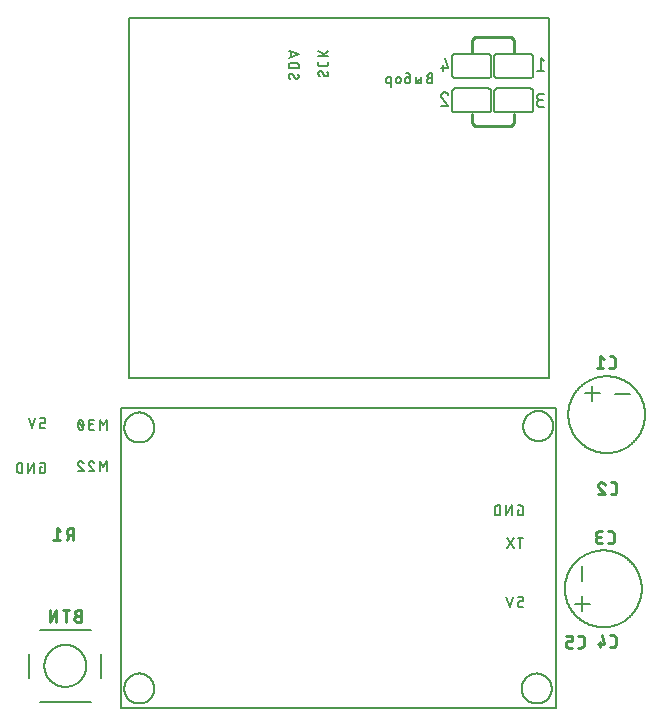
<source format=gbr>
G04 EAGLE Gerber RS-274X export*
G75*
%MOMM*%
%FSLAX34Y34*%
%LPD*%
%INSilkscreen Bottom*%
%IPPOS*%
%AMOC8*
5,1,8,0,0,1.08239X$1,22.5*%
G01*
%ADD10C,0.177800*%
%ADD11C,0.254000*%
%ADD12C,0.127000*%
%ADD13C,0.203200*%
%ADD14C,0.152400*%


D10*
X82161Y206759D02*
X82161Y215141D01*
X79367Y210484D01*
X76573Y215141D01*
X76573Y206759D01*
X69076Y215142D02*
X68987Y215140D01*
X68898Y215134D01*
X68810Y215125D01*
X68722Y215112D01*
X68634Y215095D01*
X68548Y215074D01*
X68462Y215050D01*
X68378Y215022D01*
X68294Y214991D01*
X68213Y214956D01*
X68132Y214918D01*
X68054Y214876D01*
X67977Y214831D01*
X67902Y214783D01*
X67830Y214731D01*
X67759Y214677D01*
X67691Y214619D01*
X67626Y214559D01*
X67563Y214496D01*
X67503Y214431D01*
X67445Y214363D01*
X67391Y214292D01*
X67339Y214220D01*
X67291Y214145D01*
X67246Y214068D01*
X67204Y213990D01*
X67166Y213909D01*
X67131Y213828D01*
X67100Y213744D01*
X67072Y213660D01*
X67048Y213574D01*
X67027Y213488D01*
X67010Y213400D01*
X66997Y213312D01*
X66988Y213224D01*
X66982Y213135D01*
X66980Y213046D01*
X69076Y215141D02*
X69179Y215139D01*
X69281Y215133D01*
X69383Y215123D01*
X69485Y215110D01*
X69586Y215092D01*
X69686Y215071D01*
X69786Y215046D01*
X69884Y215017D01*
X69981Y214984D01*
X70077Y214948D01*
X70172Y214908D01*
X70265Y214864D01*
X70356Y214817D01*
X70445Y214767D01*
X70532Y214713D01*
X70618Y214656D01*
X70701Y214596D01*
X70781Y214532D01*
X70859Y214466D01*
X70935Y214396D01*
X71008Y214324D01*
X71078Y214249D01*
X71145Y214171D01*
X71209Y214091D01*
X71270Y214009D01*
X71328Y213924D01*
X71382Y213837D01*
X71434Y213748D01*
X71481Y213658D01*
X71526Y213565D01*
X71566Y213471D01*
X71604Y213375D01*
X71637Y213278D01*
X67679Y211416D02*
X67614Y211480D01*
X67552Y211547D01*
X67492Y211616D01*
X67436Y211688D01*
X67383Y211761D01*
X67332Y211837D01*
X67285Y211915D01*
X67241Y211995D01*
X67200Y212076D01*
X67162Y212159D01*
X67128Y212244D01*
X67097Y212330D01*
X67070Y212417D01*
X67046Y212505D01*
X67026Y212593D01*
X67009Y212683D01*
X66997Y212773D01*
X66987Y212864D01*
X66982Y212955D01*
X66980Y213046D01*
X67679Y211416D02*
X71637Y206759D01*
X66980Y206759D01*
X59932Y215142D02*
X59843Y215140D01*
X59754Y215134D01*
X59666Y215125D01*
X59578Y215112D01*
X59490Y215095D01*
X59404Y215074D01*
X59318Y215050D01*
X59234Y215022D01*
X59150Y214991D01*
X59069Y214956D01*
X58988Y214918D01*
X58910Y214876D01*
X58833Y214831D01*
X58758Y214783D01*
X58686Y214731D01*
X58615Y214677D01*
X58547Y214619D01*
X58482Y214559D01*
X58419Y214496D01*
X58359Y214431D01*
X58301Y214363D01*
X58247Y214292D01*
X58195Y214220D01*
X58147Y214145D01*
X58102Y214068D01*
X58060Y213990D01*
X58022Y213909D01*
X57987Y213828D01*
X57956Y213744D01*
X57928Y213660D01*
X57904Y213574D01*
X57883Y213488D01*
X57866Y213400D01*
X57853Y213312D01*
X57844Y213224D01*
X57838Y213135D01*
X57836Y213046D01*
X59932Y215141D02*
X60035Y215139D01*
X60137Y215133D01*
X60239Y215123D01*
X60341Y215110D01*
X60442Y215092D01*
X60542Y215071D01*
X60642Y215046D01*
X60740Y215017D01*
X60837Y214984D01*
X60933Y214948D01*
X61028Y214908D01*
X61121Y214864D01*
X61212Y214817D01*
X61301Y214767D01*
X61388Y214713D01*
X61474Y214656D01*
X61557Y214596D01*
X61637Y214532D01*
X61715Y214466D01*
X61791Y214396D01*
X61864Y214324D01*
X61934Y214249D01*
X62001Y214171D01*
X62065Y214091D01*
X62126Y214009D01*
X62184Y213924D01*
X62238Y213837D01*
X62290Y213748D01*
X62337Y213658D01*
X62382Y213565D01*
X62422Y213471D01*
X62460Y213375D01*
X62493Y213278D01*
X58535Y211416D02*
X58470Y211480D01*
X58408Y211547D01*
X58348Y211616D01*
X58292Y211688D01*
X58239Y211761D01*
X58188Y211837D01*
X58141Y211915D01*
X58097Y211995D01*
X58056Y212076D01*
X58018Y212159D01*
X57984Y212244D01*
X57953Y212330D01*
X57926Y212417D01*
X57902Y212505D01*
X57882Y212593D01*
X57865Y212683D01*
X57853Y212773D01*
X57843Y212864D01*
X57838Y212955D01*
X57836Y213046D01*
X58535Y211416D02*
X62493Y206759D01*
X57836Y206759D01*
X26921Y210186D02*
X25524Y210186D01*
X25524Y205529D01*
X28318Y205529D01*
X28402Y205531D01*
X28485Y205537D01*
X28568Y205546D01*
X28651Y205559D01*
X28733Y205576D01*
X28814Y205596D01*
X28894Y205620D01*
X28973Y205648D01*
X29050Y205679D01*
X29126Y205713D01*
X29201Y205751D01*
X29274Y205793D01*
X29344Y205837D01*
X29413Y205885D01*
X29480Y205935D01*
X29544Y205989D01*
X29605Y206045D01*
X29665Y206105D01*
X29721Y206166D01*
X29775Y206230D01*
X29825Y206297D01*
X29873Y206366D01*
X29917Y206436D01*
X29959Y206509D01*
X29997Y206584D01*
X30031Y206660D01*
X30062Y206737D01*
X30090Y206816D01*
X30114Y206896D01*
X30134Y206977D01*
X30151Y207059D01*
X30164Y207142D01*
X30174Y207225D01*
X30179Y207308D01*
X30181Y207392D01*
X30181Y212048D01*
X30179Y212134D01*
X30173Y212220D01*
X30163Y212305D01*
X30149Y212390D01*
X30132Y212475D01*
X30110Y212558D01*
X30084Y212640D01*
X30055Y212721D01*
X30022Y212800D01*
X29986Y212878D01*
X29946Y212955D01*
X29902Y213029D01*
X29855Y213101D01*
X29805Y213171D01*
X29751Y213238D01*
X29695Y213303D01*
X29635Y213365D01*
X29573Y213425D01*
X29508Y213481D01*
X29441Y213535D01*
X29371Y213585D01*
X29299Y213632D01*
X29225Y213676D01*
X29148Y213716D01*
X29071Y213752D01*
X28991Y213785D01*
X28910Y213814D01*
X28828Y213840D01*
X28745Y213862D01*
X28660Y213879D01*
X28575Y213893D01*
X28490Y213903D01*
X28404Y213909D01*
X28318Y213911D01*
X25524Y213911D01*
X20427Y213911D02*
X20427Y205529D01*
X15771Y205529D02*
X20427Y213911D01*
X15771Y213911D02*
X15771Y205529D01*
X10674Y205529D02*
X10674Y213911D01*
X8346Y213911D01*
X8250Y213909D01*
X8154Y213903D01*
X8058Y213893D01*
X7963Y213879D01*
X7868Y213861D01*
X7775Y213840D01*
X7682Y213814D01*
X7590Y213785D01*
X7500Y213752D01*
X7411Y213715D01*
X7324Y213674D01*
X7238Y213630D01*
X7154Y213583D01*
X7073Y213532D01*
X6993Y213478D01*
X6916Y213420D01*
X6841Y213359D01*
X6769Y213296D01*
X6700Y213229D01*
X6633Y213160D01*
X6570Y213088D01*
X6509Y213013D01*
X6451Y212936D01*
X6397Y212856D01*
X6346Y212775D01*
X6299Y212691D01*
X6255Y212605D01*
X6214Y212518D01*
X6177Y212429D01*
X6144Y212339D01*
X6115Y212247D01*
X6089Y212155D01*
X6068Y212061D01*
X6050Y211966D01*
X6036Y211871D01*
X6026Y211775D01*
X6020Y211679D01*
X6018Y211583D01*
X6017Y211583D02*
X6017Y207857D01*
X6019Y207763D01*
X6025Y207670D01*
X6034Y207576D01*
X6047Y207484D01*
X6064Y207391D01*
X6085Y207300D01*
X6109Y207209D01*
X6137Y207120D01*
X6168Y207031D01*
X6203Y206944D01*
X6242Y206859D01*
X6284Y206775D01*
X6329Y206693D01*
X6377Y206613D01*
X6429Y206535D01*
X6484Y206458D01*
X6542Y206385D01*
X6602Y206313D01*
X6666Y206244D01*
X6732Y206178D01*
X6801Y206114D01*
X6873Y206054D01*
X6946Y205996D01*
X7023Y205941D01*
X7101Y205889D01*
X7181Y205841D01*
X7263Y205796D01*
X7347Y205754D01*
X7433Y205715D01*
X7520Y205680D01*
X7608Y205649D01*
X7697Y205621D01*
X7788Y205597D01*
X7879Y205576D01*
X7972Y205559D01*
X8064Y205546D01*
X8158Y205537D01*
X8251Y205531D01*
X8345Y205529D01*
X8346Y205529D02*
X10674Y205529D01*
X82161Y241759D02*
X82161Y250141D01*
X79367Y245484D01*
X76573Y250141D01*
X76573Y241759D01*
X71637Y241759D02*
X69309Y241759D01*
X69214Y241761D01*
X69119Y241767D01*
X69025Y241776D01*
X68931Y241790D01*
X68837Y241807D01*
X68745Y241828D01*
X68653Y241853D01*
X68563Y241882D01*
X68473Y241914D01*
X68385Y241950D01*
X68299Y241990D01*
X68214Y242032D01*
X68131Y242079D01*
X68050Y242129D01*
X67972Y242182D01*
X67895Y242238D01*
X67821Y242297D01*
X67749Y242359D01*
X67680Y242424D01*
X67613Y242492D01*
X67550Y242562D01*
X67489Y242636D01*
X67431Y242711D01*
X67377Y242789D01*
X67325Y242869D01*
X67277Y242951D01*
X67233Y243034D01*
X67191Y243120D01*
X67154Y243207D01*
X67120Y243296D01*
X67089Y243386D01*
X67062Y243477D01*
X67039Y243569D01*
X67020Y243662D01*
X67005Y243756D01*
X66993Y243850D01*
X66985Y243945D01*
X66981Y244040D01*
X66981Y244134D01*
X66985Y244229D01*
X66993Y244324D01*
X67005Y244418D01*
X67020Y244512D01*
X67039Y244605D01*
X67062Y244697D01*
X67089Y244788D01*
X67120Y244878D01*
X67154Y244967D01*
X67191Y245054D01*
X67233Y245140D01*
X67277Y245223D01*
X67325Y245305D01*
X67377Y245385D01*
X67431Y245463D01*
X67489Y245538D01*
X67550Y245612D01*
X67613Y245682D01*
X67680Y245750D01*
X67749Y245815D01*
X67821Y245877D01*
X67895Y245936D01*
X67972Y245992D01*
X68050Y246045D01*
X68131Y246095D01*
X68214Y246142D01*
X68299Y246184D01*
X68385Y246224D01*
X68473Y246260D01*
X68563Y246292D01*
X68653Y246321D01*
X68745Y246346D01*
X68837Y246367D01*
X68931Y246384D01*
X69025Y246398D01*
X69119Y246407D01*
X69214Y246413D01*
X69309Y246415D01*
X68843Y250141D02*
X71637Y250141D01*
X68843Y250141D02*
X68758Y250139D01*
X68674Y250133D01*
X68589Y250124D01*
X68506Y250110D01*
X68423Y250093D01*
X68340Y250072D01*
X68259Y250047D01*
X68179Y250019D01*
X68101Y249987D01*
X68024Y249951D01*
X67948Y249912D01*
X67875Y249870D01*
X67804Y249824D01*
X67734Y249775D01*
X67667Y249723D01*
X67603Y249668D01*
X67541Y249610D01*
X67481Y249550D01*
X67425Y249486D01*
X67371Y249421D01*
X67321Y249352D01*
X67274Y249282D01*
X67230Y249210D01*
X67189Y249135D01*
X67152Y249059D01*
X67118Y248981D01*
X67088Y248902D01*
X67061Y248821D01*
X67038Y248740D01*
X67019Y248657D01*
X67004Y248574D01*
X66992Y248490D01*
X66984Y248405D01*
X66980Y248320D01*
X66980Y248236D01*
X66984Y248151D01*
X66992Y248066D01*
X67004Y247982D01*
X67019Y247899D01*
X67038Y247816D01*
X67061Y247735D01*
X67088Y247654D01*
X67118Y247575D01*
X67152Y247497D01*
X67189Y247421D01*
X67230Y247347D01*
X67274Y247274D01*
X67321Y247204D01*
X67371Y247135D01*
X67425Y247070D01*
X67481Y247006D01*
X67541Y246946D01*
X67603Y246888D01*
X67667Y246833D01*
X67734Y246781D01*
X67804Y246732D01*
X67875Y246686D01*
X67948Y246644D01*
X68024Y246605D01*
X68101Y246569D01*
X68179Y246537D01*
X68259Y246509D01*
X68340Y246484D01*
X68423Y246463D01*
X68506Y246446D01*
X68589Y246432D01*
X68674Y246423D01*
X68758Y246417D01*
X68843Y246415D01*
X68843Y246416D02*
X70706Y246416D01*
X62493Y245950D02*
X62491Y246115D01*
X62485Y246280D01*
X62475Y246444D01*
X62462Y246609D01*
X62444Y246773D01*
X62422Y246936D01*
X62397Y247099D01*
X62367Y247261D01*
X62334Y247423D01*
X62297Y247583D01*
X62256Y247743D01*
X62211Y247902D01*
X62163Y248059D01*
X62111Y248216D01*
X62055Y248371D01*
X61995Y248525D01*
X61932Y248677D01*
X61865Y248828D01*
X61795Y248977D01*
X61766Y249054D01*
X61734Y249130D01*
X61699Y249204D01*
X61659Y249276D01*
X61617Y249346D01*
X61571Y249414D01*
X61522Y249480D01*
X61469Y249544D01*
X61414Y249605D01*
X61356Y249663D01*
X61296Y249718D01*
X61232Y249771D01*
X61166Y249820D01*
X61098Y249866D01*
X61028Y249909D01*
X60956Y249949D01*
X60882Y249985D01*
X60807Y250017D01*
X60730Y250046D01*
X60652Y250071D01*
X60572Y250092D01*
X60492Y250110D01*
X60411Y250123D01*
X60329Y250133D01*
X60247Y250139D01*
X60165Y250141D01*
X60083Y250139D01*
X60001Y250133D01*
X59919Y250123D01*
X59838Y250110D01*
X59758Y250092D01*
X59678Y250071D01*
X59600Y250046D01*
X59523Y250017D01*
X59448Y249985D01*
X59374Y249949D01*
X59302Y249909D01*
X59232Y249866D01*
X59164Y249820D01*
X59098Y249771D01*
X59035Y249718D01*
X58974Y249663D01*
X58916Y249605D01*
X58861Y249544D01*
X58808Y249480D01*
X58759Y249414D01*
X58713Y249346D01*
X58671Y249276D01*
X58632Y249204D01*
X58596Y249130D01*
X58564Y249054D01*
X58535Y248977D01*
X58465Y248828D01*
X58398Y248677D01*
X58335Y248525D01*
X58275Y248371D01*
X58219Y248216D01*
X58167Y248059D01*
X58119Y247902D01*
X58074Y247743D01*
X58033Y247583D01*
X57996Y247423D01*
X57963Y247261D01*
X57933Y247099D01*
X57908Y246936D01*
X57886Y246773D01*
X57868Y246609D01*
X57855Y246444D01*
X57845Y246280D01*
X57839Y246115D01*
X57837Y245950D01*
X62494Y245950D02*
X62492Y245785D01*
X62486Y245620D01*
X62476Y245456D01*
X62463Y245291D01*
X62445Y245127D01*
X62423Y244964D01*
X62398Y244801D01*
X62368Y244639D01*
X62335Y244477D01*
X62298Y244316D01*
X62257Y244157D01*
X62212Y243998D01*
X62164Y243840D01*
X62112Y243684D01*
X62056Y243529D01*
X61996Y243375D01*
X61933Y243223D01*
X61866Y243072D01*
X61795Y242923D01*
X61766Y242846D01*
X61734Y242770D01*
X61698Y242696D01*
X61659Y242624D01*
X61617Y242554D01*
X61571Y242486D01*
X61522Y242420D01*
X61469Y242356D01*
X61414Y242295D01*
X61356Y242237D01*
X61296Y242182D01*
X61232Y242129D01*
X61166Y242080D01*
X61098Y242034D01*
X61028Y241991D01*
X60956Y241951D01*
X60882Y241915D01*
X60807Y241883D01*
X60730Y241854D01*
X60652Y241829D01*
X60572Y241808D01*
X60492Y241790D01*
X60411Y241777D01*
X60329Y241767D01*
X60247Y241761D01*
X60165Y241759D01*
X58535Y242923D02*
X58464Y243072D01*
X58397Y243223D01*
X58334Y243375D01*
X58274Y243529D01*
X58218Y243684D01*
X58166Y243840D01*
X58118Y243998D01*
X58073Y244157D01*
X58032Y244316D01*
X57995Y244477D01*
X57962Y244639D01*
X57932Y244801D01*
X57907Y244964D01*
X57885Y245127D01*
X57867Y245291D01*
X57854Y245456D01*
X57844Y245620D01*
X57838Y245785D01*
X57836Y245950D01*
X58535Y242923D02*
X58564Y242846D01*
X58596Y242770D01*
X58632Y242696D01*
X58671Y242624D01*
X58713Y242554D01*
X58759Y242486D01*
X58808Y242420D01*
X58861Y242356D01*
X58916Y242295D01*
X58974Y242237D01*
X59035Y242182D01*
X59098Y242129D01*
X59164Y242080D01*
X59232Y242034D01*
X59302Y241991D01*
X59374Y241951D01*
X59448Y241915D01*
X59523Y241883D01*
X59600Y241854D01*
X59678Y241829D01*
X59758Y241808D01*
X59838Y241790D01*
X59919Y241777D01*
X60001Y241767D01*
X60083Y241761D01*
X60165Y241759D01*
X62027Y243622D02*
X58302Y248278D01*
X30181Y243029D02*
X27387Y243029D01*
X27303Y243031D01*
X27220Y243036D01*
X27137Y243046D01*
X27054Y243059D01*
X26972Y243076D01*
X26891Y243096D01*
X26811Y243120D01*
X26732Y243148D01*
X26655Y243179D01*
X26579Y243213D01*
X26504Y243251D01*
X26431Y243293D01*
X26361Y243337D01*
X26292Y243385D01*
X26225Y243435D01*
X26161Y243489D01*
X26100Y243545D01*
X26040Y243605D01*
X25984Y243666D01*
X25930Y243730D01*
X25880Y243797D01*
X25832Y243866D01*
X25788Y243936D01*
X25746Y244009D01*
X25708Y244084D01*
X25674Y244160D01*
X25643Y244237D01*
X25615Y244316D01*
X25591Y244396D01*
X25571Y244477D01*
X25554Y244559D01*
X25541Y244642D01*
X25531Y244725D01*
X25526Y244808D01*
X25524Y244892D01*
X25524Y245823D01*
X25526Y245907D01*
X25532Y245990D01*
X25541Y246073D01*
X25554Y246156D01*
X25571Y246238D01*
X25591Y246319D01*
X25615Y246399D01*
X25643Y246478D01*
X25674Y246555D01*
X25708Y246631D01*
X25746Y246706D01*
X25788Y246779D01*
X25832Y246849D01*
X25880Y246918D01*
X25930Y246985D01*
X25984Y247049D01*
X26040Y247110D01*
X26100Y247170D01*
X26161Y247226D01*
X26225Y247280D01*
X26292Y247330D01*
X26361Y247378D01*
X26431Y247422D01*
X26504Y247464D01*
X26579Y247502D01*
X26655Y247536D01*
X26732Y247567D01*
X26811Y247595D01*
X26891Y247619D01*
X26972Y247639D01*
X27054Y247656D01*
X27137Y247669D01*
X27220Y247679D01*
X27303Y247684D01*
X27387Y247686D01*
X30181Y247686D01*
X30181Y251411D01*
X25524Y251411D01*
X21503Y251411D02*
X18709Y243029D01*
X15915Y251411D01*
X236279Y541560D02*
X236281Y541646D01*
X236287Y541732D01*
X236297Y541817D01*
X236311Y541902D01*
X236328Y541987D01*
X236350Y542070D01*
X236376Y542152D01*
X236405Y542233D01*
X236438Y542313D01*
X236474Y542390D01*
X236514Y542467D01*
X236558Y542541D01*
X236605Y542613D01*
X236655Y542683D01*
X236709Y542750D01*
X236765Y542815D01*
X236825Y542877D01*
X236887Y542937D01*
X236952Y542993D01*
X237019Y543047D01*
X237089Y543097D01*
X237161Y543144D01*
X237235Y543188D01*
X237312Y543228D01*
X237390Y543264D01*
X237469Y543297D01*
X237550Y543326D01*
X237632Y543352D01*
X237715Y543374D01*
X237800Y543391D01*
X237885Y543405D01*
X237970Y543415D01*
X238056Y543421D01*
X238142Y543423D01*
X236279Y541560D02*
X236281Y541436D01*
X236287Y541312D01*
X236297Y541188D01*
X236310Y541064D01*
X236328Y540941D01*
X236349Y540819D01*
X236375Y540697D01*
X236404Y540576D01*
X236437Y540456D01*
X236474Y540338D01*
X236514Y540220D01*
X236558Y540104D01*
X236606Y539989D01*
X236657Y539876D01*
X236712Y539765D01*
X236771Y539655D01*
X236833Y539547D01*
X236898Y539441D01*
X236967Y539338D01*
X237038Y539236D01*
X237113Y539137D01*
X237191Y539041D01*
X237272Y538946D01*
X237356Y538855D01*
X237443Y538766D01*
X242798Y538998D02*
X242882Y539000D01*
X242965Y539005D01*
X243048Y539015D01*
X243131Y539028D01*
X243213Y539045D01*
X243294Y539065D01*
X243374Y539089D01*
X243453Y539117D01*
X243530Y539148D01*
X243606Y539182D01*
X243681Y539220D01*
X243754Y539262D01*
X243824Y539306D01*
X243893Y539354D01*
X243960Y539404D01*
X244024Y539458D01*
X244085Y539514D01*
X244145Y539574D01*
X244201Y539635D01*
X244255Y539699D01*
X244305Y539766D01*
X244353Y539835D01*
X244397Y539905D01*
X244439Y539978D01*
X244477Y540053D01*
X244511Y540129D01*
X244542Y540206D01*
X244570Y540285D01*
X244594Y540365D01*
X244614Y540446D01*
X244631Y540528D01*
X244644Y540611D01*
X244654Y540694D01*
X244659Y540777D01*
X244661Y540861D01*
X244662Y540861D02*
X244660Y540973D01*
X244655Y541086D01*
X244646Y541198D01*
X244633Y541309D01*
X244617Y541421D01*
X244597Y541531D01*
X244574Y541641D01*
X244547Y541750D01*
X244517Y541858D01*
X244483Y541966D01*
X244446Y542072D01*
X244405Y542176D01*
X244361Y542280D01*
X244314Y542382D01*
X244263Y542482D01*
X244209Y542581D01*
X244152Y542678D01*
X244092Y542773D01*
X244029Y542866D01*
X243963Y542957D01*
X241168Y539929D02*
X241213Y539857D01*
X241261Y539786D01*
X241313Y539718D01*
X241367Y539652D01*
X241424Y539589D01*
X241484Y539528D01*
X241547Y539470D01*
X241613Y539415D01*
X241680Y539363D01*
X241750Y539315D01*
X241822Y539269D01*
X241897Y539227D01*
X241973Y539188D01*
X242050Y539152D01*
X242129Y539120D01*
X242210Y539092D01*
X242292Y539067D01*
X242375Y539046D01*
X242458Y539029D01*
X242543Y539015D01*
X242627Y539006D01*
X242713Y539000D01*
X242798Y538998D01*
X239772Y542492D02*
X239727Y542564D01*
X239679Y542635D01*
X239627Y542703D01*
X239573Y542769D01*
X239516Y542832D01*
X239456Y542893D01*
X239393Y542951D01*
X239327Y543006D01*
X239260Y543058D01*
X239190Y543106D01*
X239118Y543152D01*
X239043Y543194D01*
X238967Y543233D01*
X238890Y543269D01*
X238811Y543301D01*
X238730Y543329D01*
X238648Y543354D01*
X238565Y543375D01*
X238482Y543392D01*
X238397Y543406D01*
X238313Y543415D01*
X238227Y543421D01*
X238142Y543423D01*
X239772Y542491D02*
X241169Y539930D01*
X244661Y547910D02*
X236279Y547910D01*
X244661Y547910D02*
X244661Y550238D01*
X244659Y550332D01*
X244653Y550425D01*
X244644Y550519D01*
X244631Y550611D01*
X244614Y550704D01*
X244593Y550795D01*
X244569Y550886D01*
X244541Y550975D01*
X244510Y551064D01*
X244475Y551150D01*
X244436Y551236D01*
X244394Y551320D01*
X244349Y551402D01*
X244301Y551482D01*
X244249Y551560D01*
X244194Y551637D01*
X244136Y551710D01*
X244076Y551782D01*
X244012Y551851D01*
X243946Y551917D01*
X243877Y551981D01*
X243805Y552041D01*
X243732Y552099D01*
X243655Y552154D01*
X243577Y552206D01*
X243497Y552254D01*
X243415Y552299D01*
X243331Y552341D01*
X243245Y552380D01*
X243159Y552415D01*
X243070Y552446D01*
X242981Y552474D01*
X242890Y552498D01*
X242799Y552519D01*
X242706Y552536D01*
X242614Y552549D01*
X242520Y552558D01*
X242427Y552564D01*
X242333Y552566D01*
X242333Y552567D02*
X238607Y552567D01*
X238607Y552566D02*
X238513Y552564D01*
X238420Y552558D01*
X238326Y552549D01*
X238234Y552536D01*
X238141Y552519D01*
X238050Y552498D01*
X237959Y552474D01*
X237870Y552446D01*
X237781Y552415D01*
X237695Y552380D01*
X237609Y552341D01*
X237525Y552299D01*
X237443Y552254D01*
X237363Y552206D01*
X237285Y552154D01*
X237208Y552099D01*
X237135Y552041D01*
X237063Y551981D01*
X236994Y551917D01*
X236928Y551851D01*
X236864Y551782D01*
X236804Y551710D01*
X236746Y551637D01*
X236691Y551560D01*
X236639Y551482D01*
X236591Y551402D01*
X236546Y551320D01*
X236504Y551236D01*
X236465Y551150D01*
X236430Y551064D01*
X236399Y550975D01*
X236371Y550886D01*
X236347Y550795D01*
X236326Y550704D01*
X236309Y550611D01*
X236296Y550519D01*
X236287Y550425D01*
X236281Y550332D01*
X236279Y550238D01*
X236279Y547910D01*
X236279Y556893D02*
X244661Y559687D01*
X236279Y562481D01*
X238375Y561783D02*
X238375Y557592D01*
X261279Y543639D02*
X261281Y543725D01*
X261287Y543811D01*
X261297Y543896D01*
X261311Y543981D01*
X261328Y544066D01*
X261350Y544149D01*
X261376Y544231D01*
X261405Y544312D01*
X261438Y544392D01*
X261474Y544469D01*
X261514Y544546D01*
X261558Y544620D01*
X261605Y544692D01*
X261655Y544762D01*
X261709Y544829D01*
X261765Y544894D01*
X261825Y544956D01*
X261887Y545016D01*
X261952Y545072D01*
X262019Y545126D01*
X262089Y545176D01*
X262161Y545223D01*
X262235Y545267D01*
X262312Y545307D01*
X262390Y545343D01*
X262469Y545376D01*
X262550Y545405D01*
X262632Y545431D01*
X262715Y545453D01*
X262800Y545470D01*
X262885Y545484D01*
X262970Y545494D01*
X263056Y545500D01*
X263142Y545502D01*
X261279Y543639D02*
X261281Y543515D01*
X261287Y543391D01*
X261297Y543267D01*
X261310Y543143D01*
X261328Y543020D01*
X261349Y542898D01*
X261375Y542776D01*
X261404Y542655D01*
X261437Y542535D01*
X261474Y542417D01*
X261514Y542299D01*
X261558Y542183D01*
X261606Y542068D01*
X261657Y541955D01*
X261712Y541844D01*
X261771Y541734D01*
X261833Y541626D01*
X261898Y541520D01*
X261967Y541417D01*
X262038Y541315D01*
X262113Y541216D01*
X262191Y541120D01*
X262272Y541025D01*
X262356Y540934D01*
X262443Y540845D01*
X267798Y541077D02*
X267882Y541079D01*
X267965Y541084D01*
X268048Y541094D01*
X268131Y541107D01*
X268213Y541124D01*
X268294Y541144D01*
X268374Y541168D01*
X268453Y541196D01*
X268530Y541227D01*
X268606Y541261D01*
X268681Y541299D01*
X268754Y541341D01*
X268824Y541385D01*
X268893Y541433D01*
X268960Y541483D01*
X269024Y541537D01*
X269085Y541593D01*
X269145Y541653D01*
X269201Y541714D01*
X269255Y541778D01*
X269305Y541845D01*
X269353Y541914D01*
X269397Y541984D01*
X269439Y542057D01*
X269477Y542132D01*
X269511Y542208D01*
X269542Y542285D01*
X269570Y542364D01*
X269594Y542444D01*
X269614Y542525D01*
X269631Y542607D01*
X269644Y542690D01*
X269654Y542773D01*
X269659Y542856D01*
X269661Y542940D01*
X269662Y542940D02*
X269660Y543052D01*
X269655Y543165D01*
X269646Y543277D01*
X269633Y543388D01*
X269617Y543500D01*
X269597Y543610D01*
X269574Y543720D01*
X269547Y543829D01*
X269517Y543937D01*
X269483Y544045D01*
X269446Y544151D01*
X269405Y544255D01*
X269361Y544359D01*
X269314Y544461D01*
X269263Y544561D01*
X269209Y544660D01*
X269152Y544757D01*
X269092Y544852D01*
X269029Y544945D01*
X268963Y545036D01*
X266168Y542008D02*
X266213Y541936D01*
X266261Y541865D01*
X266313Y541797D01*
X266367Y541731D01*
X266424Y541668D01*
X266484Y541607D01*
X266547Y541549D01*
X266613Y541494D01*
X266680Y541442D01*
X266750Y541394D01*
X266822Y541348D01*
X266897Y541306D01*
X266973Y541267D01*
X267050Y541231D01*
X267129Y541199D01*
X267210Y541171D01*
X267292Y541146D01*
X267375Y541125D01*
X267458Y541108D01*
X267543Y541094D01*
X267627Y541085D01*
X267713Y541079D01*
X267798Y541077D01*
X264772Y544570D02*
X264727Y544642D01*
X264679Y544713D01*
X264627Y544781D01*
X264573Y544847D01*
X264516Y544910D01*
X264456Y544971D01*
X264393Y545029D01*
X264327Y545084D01*
X264260Y545136D01*
X264190Y545184D01*
X264118Y545230D01*
X264043Y545272D01*
X263967Y545311D01*
X263890Y545347D01*
X263811Y545379D01*
X263730Y545407D01*
X263648Y545432D01*
X263565Y545453D01*
X263482Y545470D01*
X263397Y545484D01*
X263313Y545493D01*
X263227Y545499D01*
X263142Y545501D01*
X264772Y544570D02*
X266169Y542009D01*
X261279Y551504D02*
X261279Y553367D01*
X261279Y551504D02*
X261281Y551420D01*
X261286Y551337D01*
X261296Y551254D01*
X261309Y551171D01*
X261326Y551089D01*
X261346Y551008D01*
X261370Y550928D01*
X261398Y550849D01*
X261429Y550772D01*
X261463Y550696D01*
X261501Y550621D01*
X261543Y550548D01*
X261587Y550478D01*
X261635Y550409D01*
X261685Y550342D01*
X261739Y550278D01*
X261795Y550217D01*
X261855Y550157D01*
X261916Y550101D01*
X261980Y550047D01*
X262047Y549997D01*
X262116Y549949D01*
X262186Y549905D01*
X262259Y549863D01*
X262334Y549825D01*
X262410Y549791D01*
X262487Y549760D01*
X262566Y549732D01*
X262646Y549708D01*
X262727Y549688D01*
X262809Y549671D01*
X262892Y549658D01*
X262975Y549648D01*
X263058Y549643D01*
X263142Y549641D01*
X267798Y549641D01*
X267884Y549643D01*
X267970Y549649D01*
X268055Y549659D01*
X268140Y549673D01*
X268225Y549690D01*
X268308Y549712D01*
X268390Y549738D01*
X268471Y549767D01*
X268550Y549800D01*
X268628Y549836D01*
X268705Y549876D01*
X268779Y549920D01*
X268851Y549967D01*
X268921Y550017D01*
X268988Y550071D01*
X269053Y550127D01*
X269115Y550187D01*
X269175Y550249D01*
X269231Y550314D01*
X269285Y550381D01*
X269335Y550451D01*
X269382Y550523D01*
X269426Y550597D01*
X269466Y550674D01*
X269502Y550751D01*
X269535Y550831D01*
X269564Y550912D01*
X269590Y550994D01*
X269612Y551077D01*
X269629Y551162D01*
X269643Y551247D01*
X269653Y551332D01*
X269659Y551418D01*
X269661Y551504D01*
X269661Y553367D01*
X269661Y557824D02*
X261279Y557824D01*
X264539Y557824D02*
X269661Y562481D01*
X266401Y559687D02*
X261279Y562481D01*
X357778Y543471D02*
X357778Y535089D01*
X357778Y543471D02*
X355450Y543471D01*
X355365Y543469D01*
X355281Y543463D01*
X355196Y543454D01*
X355113Y543440D01*
X355030Y543423D01*
X354947Y543402D01*
X354866Y543377D01*
X354786Y543349D01*
X354708Y543317D01*
X354631Y543281D01*
X354555Y543242D01*
X354482Y543200D01*
X354411Y543154D01*
X354341Y543105D01*
X354274Y543053D01*
X354210Y542998D01*
X354148Y542940D01*
X354088Y542880D01*
X354032Y542816D01*
X353978Y542751D01*
X353928Y542682D01*
X353881Y542612D01*
X353837Y542540D01*
X353796Y542465D01*
X353759Y542389D01*
X353725Y542311D01*
X353695Y542232D01*
X353668Y542151D01*
X353645Y542070D01*
X353626Y541987D01*
X353611Y541904D01*
X353599Y541820D01*
X353591Y541735D01*
X353587Y541650D01*
X353587Y541566D01*
X353591Y541481D01*
X353599Y541396D01*
X353611Y541312D01*
X353626Y541229D01*
X353645Y541146D01*
X353668Y541065D01*
X353695Y540984D01*
X353725Y540905D01*
X353759Y540827D01*
X353796Y540751D01*
X353837Y540677D01*
X353881Y540604D01*
X353928Y540534D01*
X353978Y540465D01*
X354032Y540400D01*
X354088Y540336D01*
X354148Y540276D01*
X354210Y540218D01*
X354274Y540163D01*
X354341Y540111D01*
X354411Y540062D01*
X354482Y540016D01*
X354555Y539974D01*
X354631Y539935D01*
X354708Y539899D01*
X354786Y539867D01*
X354866Y539839D01*
X354947Y539814D01*
X355030Y539793D01*
X355113Y539776D01*
X355196Y539762D01*
X355281Y539753D01*
X355365Y539747D01*
X355450Y539745D01*
X355450Y539746D02*
X357778Y539746D01*
X357778Y535089D02*
X355450Y535089D01*
X355355Y535091D01*
X355260Y535097D01*
X355166Y535106D01*
X355072Y535120D01*
X354978Y535137D01*
X354886Y535158D01*
X354794Y535183D01*
X354704Y535212D01*
X354614Y535244D01*
X354526Y535280D01*
X354440Y535320D01*
X354355Y535362D01*
X354272Y535409D01*
X354191Y535459D01*
X354113Y535512D01*
X354036Y535568D01*
X353962Y535627D01*
X353890Y535689D01*
X353821Y535754D01*
X353754Y535822D01*
X353691Y535892D01*
X353630Y535966D01*
X353572Y536041D01*
X353518Y536119D01*
X353466Y536199D01*
X353418Y536281D01*
X353374Y536364D01*
X353332Y536450D01*
X353295Y536537D01*
X353261Y536626D01*
X353230Y536716D01*
X353203Y536807D01*
X353180Y536899D01*
X353161Y536992D01*
X353146Y537086D01*
X353134Y537180D01*
X353126Y537275D01*
X353122Y537370D01*
X353122Y537464D01*
X353126Y537559D01*
X353134Y537654D01*
X353146Y537748D01*
X353161Y537842D01*
X353180Y537935D01*
X353203Y538027D01*
X353230Y538118D01*
X353261Y538208D01*
X353295Y538297D01*
X353332Y538384D01*
X353374Y538470D01*
X353418Y538553D01*
X353466Y538635D01*
X353518Y538715D01*
X353572Y538793D01*
X353630Y538868D01*
X353691Y538942D01*
X353754Y539012D01*
X353821Y539080D01*
X353890Y539145D01*
X353962Y539207D01*
X354036Y539266D01*
X354113Y539322D01*
X354191Y539375D01*
X354272Y539425D01*
X354355Y539472D01*
X354440Y539514D01*
X354526Y539554D01*
X354614Y539590D01*
X354704Y539622D01*
X354794Y539651D01*
X354886Y539676D01*
X354978Y539697D01*
X355072Y539714D01*
X355166Y539728D01*
X355260Y539737D01*
X355355Y539743D01*
X355450Y539745D01*
X343767Y540677D02*
X343767Y535089D01*
X348423Y535089D02*
X348423Y540677D01*
X348423Y535089D02*
X347026Y535089D01*
X346953Y535091D01*
X346880Y535097D01*
X346807Y535106D01*
X346736Y535120D01*
X346664Y535137D01*
X346594Y535157D01*
X346525Y535182D01*
X346458Y535210D01*
X346392Y535241D01*
X346328Y535276D01*
X346265Y535314D01*
X346205Y535356D01*
X346147Y535400D01*
X346091Y535448D01*
X346038Y535498D01*
X345988Y535551D01*
X345940Y535607D01*
X345896Y535665D01*
X345854Y535725D01*
X345816Y535788D01*
X345781Y535852D01*
X345750Y535918D01*
X345722Y535985D01*
X345697Y536054D01*
X345677Y536124D01*
X345660Y536196D01*
X345646Y536267D01*
X345637Y536340D01*
X345631Y536413D01*
X345629Y536486D01*
X345631Y536559D01*
X345637Y536632D01*
X345646Y536705D01*
X345660Y536776D01*
X345677Y536848D01*
X345697Y536918D01*
X345722Y536987D01*
X345750Y537054D01*
X345781Y537120D01*
X345816Y537185D01*
X345854Y537247D01*
X345896Y537307D01*
X345940Y537365D01*
X345988Y537421D01*
X346038Y537474D01*
X346091Y537524D01*
X346147Y537572D01*
X346205Y537616D01*
X346265Y537658D01*
X346328Y537696D01*
X346392Y537731D01*
X346458Y537762D01*
X346525Y537790D01*
X346594Y537815D01*
X346664Y537835D01*
X346736Y537852D01*
X346807Y537866D01*
X346880Y537875D01*
X346953Y537881D01*
X347026Y537883D01*
X348423Y537883D01*
X337342Y543471D02*
X335479Y543471D01*
X337342Y543471D02*
X337415Y543469D01*
X337488Y543463D01*
X337561Y543454D01*
X337632Y543440D01*
X337704Y543423D01*
X337774Y543403D01*
X337843Y543378D01*
X337910Y543350D01*
X337976Y543319D01*
X338041Y543284D01*
X338103Y543246D01*
X338163Y543204D01*
X338221Y543160D01*
X338277Y543112D01*
X338330Y543062D01*
X338380Y543009D01*
X338428Y542953D01*
X338472Y542895D01*
X338514Y542835D01*
X338552Y542773D01*
X338587Y542708D01*
X338618Y542642D01*
X338646Y542575D01*
X338671Y542506D01*
X338691Y542436D01*
X338708Y542364D01*
X338722Y542293D01*
X338731Y542220D01*
X338737Y542147D01*
X338739Y542074D01*
X338739Y536952D01*
X338737Y536867D01*
X338731Y536783D01*
X338722Y536698D01*
X338708Y536615D01*
X338691Y536532D01*
X338670Y536449D01*
X338645Y536368D01*
X338617Y536288D01*
X338585Y536210D01*
X338549Y536133D01*
X338510Y536057D01*
X338468Y535984D01*
X338422Y535913D01*
X338373Y535843D01*
X338321Y535776D01*
X338266Y535712D01*
X338208Y535650D01*
X338148Y535590D01*
X338084Y535534D01*
X338019Y535480D01*
X337950Y535430D01*
X337880Y535383D01*
X337808Y535339D01*
X337733Y535298D01*
X337657Y535261D01*
X337579Y535227D01*
X337500Y535197D01*
X337419Y535170D01*
X337338Y535147D01*
X337255Y535128D01*
X337172Y535113D01*
X337088Y535101D01*
X337003Y535093D01*
X336918Y535089D01*
X336834Y535089D01*
X336749Y535093D01*
X336664Y535101D01*
X336580Y535113D01*
X336497Y535128D01*
X336414Y535147D01*
X336333Y535170D01*
X336252Y535197D01*
X336173Y535227D01*
X336095Y535261D01*
X336019Y535298D01*
X335945Y535339D01*
X335872Y535383D01*
X335802Y535430D01*
X335733Y535480D01*
X335668Y535534D01*
X335604Y535590D01*
X335544Y535650D01*
X335486Y535712D01*
X335431Y535776D01*
X335379Y535843D01*
X335330Y535913D01*
X335284Y535984D01*
X335242Y536057D01*
X335203Y536133D01*
X335167Y536210D01*
X335135Y536288D01*
X335107Y536368D01*
X335082Y536449D01*
X335061Y536532D01*
X335044Y536615D01*
X335030Y536698D01*
X335021Y536783D01*
X335015Y536867D01*
X335013Y536952D01*
X335013Y538814D01*
X335015Y538899D01*
X335021Y538983D01*
X335030Y539068D01*
X335044Y539151D01*
X335061Y539234D01*
X335082Y539317D01*
X335107Y539398D01*
X335135Y539478D01*
X335167Y539556D01*
X335203Y539633D01*
X335242Y539709D01*
X335284Y539782D01*
X335330Y539853D01*
X335379Y539923D01*
X335431Y539990D01*
X335486Y540054D01*
X335544Y540116D01*
X335604Y540176D01*
X335668Y540232D01*
X335733Y540286D01*
X335802Y540336D01*
X335872Y540383D01*
X335945Y540427D01*
X336019Y540468D01*
X336095Y540505D01*
X336173Y540539D01*
X336252Y540569D01*
X336333Y540596D01*
X336414Y540619D01*
X336497Y540638D01*
X336580Y540653D01*
X336664Y540665D01*
X336749Y540673D01*
X336834Y540677D01*
X336918Y540677D01*
X337003Y540673D01*
X337088Y540665D01*
X337172Y540653D01*
X337255Y540638D01*
X337338Y540619D01*
X337419Y540596D01*
X337500Y540569D01*
X337579Y540539D01*
X337657Y540505D01*
X337733Y540468D01*
X337808Y540427D01*
X337880Y540383D01*
X337950Y540336D01*
X338019Y540286D01*
X338084Y540232D01*
X338148Y540176D01*
X338208Y540116D01*
X338266Y540054D01*
X338321Y539990D01*
X338373Y539923D01*
X338422Y539853D01*
X338468Y539782D01*
X338510Y539709D01*
X338549Y539633D01*
X338585Y539556D01*
X338617Y539478D01*
X338645Y539398D01*
X338670Y539317D01*
X338691Y539234D01*
X338708Y539151D01*
X338722Y539068D01*
X338731Y538983D01*
X338737Y538899D01*
X338739Y538814D01*
X330889Y538814D02*
X330889Y536952D01*
X330889Y538814D02*
X330887Y538899D01*
X330881Y538983D01*
X330872Y539068D01*
X330858Y539151D01*
X330841Y539234D01*
X330820Y539317D01*
X330795Y539398D01*
X330767Y539478D01*
X330735Y539556D01*
X330699Y539633D01*
X330660Y539709D01*
X330618Y539782D01*
X330572Y539853D01*
X330523Y539923D01*
X330471Y539990D01*
X330416Y540054D01*
X330358Y540116D01*
X330298Y540176D01*
X330234Y540232D01*
X330169Y540286D01*
X330100Y540336D01*
X330030Y540383D01*
X329958Y540427D01*
X329883Y540468D01*
X329807Y540505D01*
X329729Y540539D01*
X329650Y540569D01*
X329569Y540596D01*
X329488Y540619D01*
X329405Y540638D01*
X329322Y540653D01*
X329238Y540665D01*
X329153Y540673D01*
X329068Y540677D01*
X328984Y540677D01*
X328899Y540673D01*
X328814Y540665D01*
X328730Y540653D01*
X328647Y540638D01*
X328564Y540619D01*
X328483Y540596D01*
X328402Y540569D01*
X328323Y540539D01*
X328245Y540505D01*
X328169Y540468D01*
X328095Y540427D01*
X328022Y540383D01*
X327952Y540336D01*
X327883Y540286D01*
X327818Y540232D01*
X327754Y540176D01*
X327694Y540116D01*
X327636Y540054D01*
X327581Y539990D01*
X327529Y539923D01*
X327480Y539853D01*
X327434Y539782D01*
X327392Y539709D01*
X327353Y539633D01*
X327317Y539556D01*
X327285Y539478D01*
X327257Y539398D01*
X327232Y539317D01*
X327211Y539234D01*
X327194Y539151D01*
X327180Y539068D01*
X327171Y538983D01*
X327165Y538899D01*
X327163Y538814D01*
X327164Y538814D02*
X327164Y536952D01*
X327163Y536952D02*
X327165Y536867D01*
X327171Y536783D01*
X327180Y536698D01*
X327194Y536615D01*
X327211Y536532D01*
X327232Y536449D01*
X327257Y536368D01*
X327285Y536288D01*
X327317Y536210D01*
X327353Y536133D01*
X327392Y536057D01*
X327434Y535984D01*
X327480Y535913D01*
X327529Y535843D01*
X327581Y535776D01*
X327636Y535712D01*
X327694Y535650D01*
X327754Y535590D01*
X327818Y535534D01*
X327883Y535480D01*
X327952Y535430D01*
X328022Y535383D01*
X328095Y535339D01*
X328169Y535298D01*
X328245Y535261D01*
X328323Y535227D01*
X328402Y535197D01*
X328483Y535170D01*
X328564Y535147D01*
X328647Y535128D01*
X328730Y535113D01*
X328814Y535101D01*
X328899Y535093D01*
X328984Y535089D01*
X329068Y535089D01*
X329153Y535093D01*
X329238Y535101D01*
X329322Y535113D01*
X329405Y535128D01*
X329488Y535147D01*
X329569Y535170D01*
X329650Y535197D01*
X329729Y535227D01*
X329807Y535261D01*
X329883Y535298D01*
X329958Y535339D01*
X330030Y535383D01*
X330100Y535430D01*
X330169Y535480D01*
X330234Y535534D01*
X330298Y535590D01*
X330358Y535650D01*
X330416Y535712D01*
X330471Y535776D01*
X330523Y535843D01*
X330572Y535913D01*
X330618Y535984D01*
X330660Y536057D01*
X330699Y536133D01*
X330735Y536210D01*
X330767Y536288D01*
X330795Y536368D01*
X330820Y536449D01*
X330841Y536532D01*
X330858Y536615D01*
X330872Y536698D01*
X330881Y536783D01*
X330887Y536867D01*
X330889Y536952D01*
X322584Y540677D02*
X322584Y532295D01*
X322584Y540677D02*
X320256Y540677D01*
X320183Y540675D01*
X320110Y540669D01*
X320037Y540660D01*
X319966Y540646D01*
X319894Y540629D01*
X319824Y540609D01*
X319755Y540584D01*
X319688Y540556D01*
X319622Y540525D01*
X319558Y540490D01*
X319495Y540452D01*
X319435Y540410D01*
X319377Y540366D01*
X319321Y540318D01*
X319268Y540268D01*
X319218Y540215D01*
X319170Y540159D01*
X319126Y540101D01*
X319084Y540041D01*
X319046Y539979D01*
X319011Y539914D01*
X318980Y539848D01*
X318952Y539781D01*
X318927Y539712D01*
X318907Y539642D01*
X318890Y539570D01*
X318876Y539499D01*
X318867Y539426D01*
X318861Y539353D01*
X318859Y539280D01*
X318859Y536486D01*
X318861Y536413D01*
X318867Y536340D01*
X318876Y536267D01*
X318890Y536196D01*
X318907Y536124D01*
X318927Y536054D01*
X318952Y535985D01*
X318980Y535918D01*
X319011Y535852D01*
X319046Y535788D01*
X319084Y535725D01*
X319126Y535665D01*
X319170Y535607D01*
X319218Y535551D01*
X319268Y535498D01*
X319321Y535448D01*
X319377Y535400D01*
X319435Y535356D01*
X319495Y535314D01*
X319558Y535276D01*
X319622Y535241D01*
X319688Y535210D01*
X319755Y535182D01*
X319824Y535157D01*
X319894Y535137D01*
X319966Y535120D01*
X320037Y535106D01*
X320110Y535097D01*
X320183Y535091D01*
X320256Y535089D01*
X322584Y535089D01*
X430004Y173916D02*
X431401Y173916D01*
X430004Y173916D02*
X430004Y169259D01*
X432798Y169259D01*
X432882Y169261D01*
X432965Y169267D01*
X433048Y169276D01*
X433131Y169289D01*
X433213Y169306D01*
X433294Y169326D01*
X433374Y169350D01*
X433453Y169378D01*
X433530Y169409D01*
X433606Y169443D01*
X433681Y169481D01*
X433754Y169523D01*
X433824Y169567D01*
X433893Y169615D01*
X433960Y169665D01*
X434024Y169719D01*
X434085Y169775D01*
X434145Y169835D01*
X434201Y169896D01*
X434255Y169960D01*
X434305Y170027D01*
X434353Y170096D01*
X434397Y170166D01*
X434439Y170239D01*
X434477Y170314D01*
X434511Y170390D01*
X434542Y170467D01*
X434570Y170546D01*
X434594Y170626D01*
X434614Y170707D01*
X434631Y170789D01*
X434644Y170872D01*
X434654Y170955D01*
X434659Y171038D01*
X434661Y171122D01*
X434661Y175778D01*
X434659Y175864D01*
X434653Y175950D01*
X434643Y176035D01*
X434629Y176120D01*
X434612Y176205D01*
X434590Y176288D01*
X434564Y176370D01*
X434535Y176451D01*
X434502Y176530D01*
X434466Y176608D01*
X434426Y176685D01*
X434382Y176759D01*
X434335Y176831D01*
X434285Y176901D01*
X434231Y176968D01*
X434175Y177033D01*
X434115Y177095D01*
X434053Y177155D01*
X433988Y177211D01*
X433921Y177265D01*
X433851Y177315D01*
X433779Y177362D01*
X433705Y177406D01*
X433628Y177446D01*
X433551Y177482D01*
X433471Y177515D01*
X433390Y177544D01*
X433308Y177570D01*
X433225Y177592D01*
X433140Y177609D01*
X433055Y177623D01*
X432970Y177633D01*
X432884Y177639D01*
X432798Y177641D01*
X430004Y177641D01*
X424907Y177641D02*
X424907Y169259D01*
X420251Y169259D02*
X424907Y177641D01*
X420251Y177641D02*
X420251Y169259D01*
X415154Y169259D02*
X415154Y177641D01*
X412826Y177641D01*
X412730Y177639D01*
X412634Y177633D01*
X412538Y177623D01*
X412443Y177609D01*
X412348Y177591D01*
X412255Y177570D01*
X412162Y177544D01*
X412070Y177515D01*
X411980Y177482D01*
X411891Y177445D01*
X411804Y177404D01*
X411718Y177360D01*
X411634Y177313D01*
X411553Y177262D01*
X411473Y177208D01*
X411396Y177150D01*
X411321Y177089D01*
X411249Y177026D01*
X411180Y176959D01*
X411113Y176890D01*
X411050Y176818D01*
X410989Y176743D01*
X410931Y176666D01*
X410877Y176586D01*
X410826Y176505D01*
X410779Y176421D01*
X410735Y176335D01*
X410694Y176248D01*
X410657Y176159D01*
X410624Y176069D01*
X410595Y175977D01*
X410569Y175885D01*
X410548Y175791D01*
X410530Y175696D01*
X410516Y175601D01*
X410506Y175505D01*
X410500Y175409D01*
X410498Y175313D01*
X410497Y175313D02*
X410497Y171587D01*
X410499Y171493D01*
X410505Y171400D01*
X410514Y171306D01*
X410527Y171214D01*
X410544Y171121D01*
X410565Y171030D01*
X410589Y170939D01*
X410617Y170850D01*
X410648Y170761D01*
X410683Y170674D01*
X410722Y170589D01*
X410764Y170505D01*
X410809Y170423D01*
X410857Y170343D01*
X410909Y170265D01*
X410964Y170188D01*
X411022Y170115D01*
X411082Y170043D01*
X411146Y169974D01*
X411212Y169908D01*
X411281Y169844D01*
X411353Y169784D01*
X411426Y169726D01*
X411503Y169671D01*
X411581Y169619D01*
X411661Y169571D01*
X411743Y169526D01*
X411827Y169484D01*
X411913Y169445D01*
X412000Y169410D01*
X412088Y169379D01*
X412177Y169351D01*
X412268Y169327D01*
X412359Y169306D01*
X412452Y169289D01*
X412544Y169276D01*
X412638Y169267D01*
X412731Y169261D01*
X412825Y169259D01*
X412826Y169259D02*
X415154Y169259D01*
X432333Y150141D02*
X432333Y141759D01*
X434661Y150141D02*
X430004Y150141D01*
X421004Y150141D02*
X426592Y141759D01*
X421004Y141759D02*
X426592Y150141D01*
X431867Y91759D02*
X434661Y91759D01*
X431867Y91759D02*
X431783Y91761D01*
X431700Y91766D01*
X431617Y91776D01*
X431534Y91789D01*
X431452Y91806D01*
X431371Y91826D01*
X431291Y91850D01*
X431212Y91878D01*
X431135Y91909D01*
X431059Y91943D01*
X430984Y91981D01*
X430911Y92023D01*
X430841Y92067D01*
X430772Y92115D01*
X430705Y92165D01*
X430641Y92219D01*
X430580Y92275D01*
X430520Y92335D01*
X430464Y92396D01*
X430410Y92460D01*
X430360Y92527D01*
X430312Y92596D01*
X430268Y92666D01*
X430226Y92739D01*
X430188Y92814D01*
X430154Y92890D01*
X430123Y92967D01*
X430095Y93046D01*
X430071Y93126D01*
X430051Y93207D01*
X430034Y93289D01*
X430021Y93372D01*
X430011Y93455D01*
X430006Y93538D01*
X430004Y93622D01*
X430004Y94553D01*
X430006Y94637D01*
X430012Y94720D01*
X430021Y94803D01*
X430034Y94886D01*
X430051Y94968D01*
X430071Y95049D01*
X430095Y95129D01*
X430123Y95208D01*
X430154Y95285D01*
X430188Y95361D01*
X430226Y95436D01*
X430268Y95509D01*
X430312Y95579D01*
X430360Y95648D01*
X430410Y95715D01*
X430464Y95779D01*
X430520Y95840D01*
X430580Y95900D01*
X430641Y95956D01*
X430705Y96010D01*
X430772Y96060D01*
X430841Y96108D01*
X430911Y96152D01*
X430984Y96194D01*
X431059Y96232D01*
X431135Y96266D01*
X431212Y96297D01*
X431291Y96325D01*
X431371Y96349D01*
X431452Y96369D01*
X431534Y96386D01*
X431617Y96399D01*
X431700Y96409D01*
X431783Y96414D01*
X431867Y96416D01*
X434661Y96416D01*
X434661Y100141D01*
X430004Y100141D01*
X425983Y100141D02*
X423189Y91759D01*
X420395Y100141D01*
D11*
X391160Y561340D02*
X391160Y571500D01*
X393700Y574040D01*
X424180Y574040D01*
X426720Y571500D01*
X426720Y561340D01*
X391160Y509270D02*
X391160Y501650D01*
X393700Y499110D01*
X424180Y499110D01*
X426720Y501650D01*
X426720Y509270D01*
D12*
X456560Y590490D02*
X456560Y285690D01*
X100960Y285690D01*
X100960Y590490D01*
X456560Y590490D01*
D13*
X512100Y272215D02*
X524798Y271971D01*
X499403Y272459D02*
X486705Y272702D01*
X492932Y266232D02*
X493176Y278929D01*
X472910Y254560D02*
X472920Y255358D01*
X472949Y256155D01*
X472998Y256951D01*
X473066Y257746D01*
X473154Y258538D01*
X473262Y259329D01*
X473388Y260116D01*
X473534Y260900D01*
X473700Y261681D01*
X473884Y262457D01*
X474087Y263228D01*
X474309Y263994D01*
X474550Y264755D01*
X474810Y265509D01*
X475088Y266257D01*
X475384Y266997D01*
X475698Y267730D01*
X476030Y268456D01*
X476380Y269172D01*
X476748Y269880D01*
X477132Y270579D01*
X477534Y271268D01*
X477952Y271947D01*
X478387Y272616D01*
X478838Y273274D01*
X479306Y273920D01*
X479789Y274555D01*
X480287Y275178D01*
X480801Y275788D01*
X481329Y276386D01*
X481872Y276970D01*
X482429Y277541D01*
X483000Y278098D01*
X483584Y278641D01*
X484182Y279169D01*
X484792Y279683D01*
X485415Y280181D01*
X486050Y280664D01*
X486696Y281132D01*
X487354Y281583D01*
X488023Y282018D01*
X488702Y282436D01*
X489391Y282838D01*
X490090Y283222D01*
X490798Y283590D01*
X491514Y283940D01*
X492240Y284272D01*
X492973Y284586D01*
X493713Y284882D01*
X494461Y285160D01*
X495215Y285420D01*
X495976Y285661D01*
X496742Y285883D01*
X497513Y286086D01*
X498289Y286270D01*
X499070Y286436D01*
X499854Y286582D01*
X500641Y286708D01*
X501432Y286816D01*
X502224Y286904D01*
X503019Y286972D01*
X503815Y287021D01*
X504612Y287050D01*
X505410Y287060D01*
X506208Y287050D01*
X507005Y287021D01*
X507801Y286972D01*
X508596Y286904D01*
X509388Y286816D01*
X510179Y286708D01*
X510966Y286582D01*
X511750Y286436D01*
X512531Y286270D01*
X513307Y286086D01*
X514078Y285883D01*
X514844Y285661D01*
X515605Y285420D01*
X516359Y285160D01*
X517107Y284882D01*
X517847Y284586D01*
X518580Y284272D01*
X519306Y283940D01*
X520022Y283590D01*
X520730Y283222D01*
X521429Y282838D01*
X522118Y282436D01*
X522797Y282018D01*
X523466Y281583D01*
X524124Y281132D01*
X524770Y280664D01*
X525405Y280181D01*
X526028Y279683D01*
X526638Y279169D01*
X527236Y278641D01*
X527820Y278098D01*
X528391Y277541D01*
X528948Y276970D01*
X529491Y276386D01*
X530019Y275788D01*
X530533Y275178D01*
X531031Y274555D01*
X531514Y273920D01*
X531982Y273274D01*
X532433Y272616D01*
X532868Y271947D01*
X533286Y271268D01*
X533688Y270579D01*
X534072Y269880D01*
X534440Y269172D01*
X534790Y268456D01*
X535122Y267730D01*
X535436Y266997D01*
X535732Y266257D01*
X536010Y265509D01*
X536270Y264755D01*
X536511Y263994D01*
X536733Y263228D01*
X536936Y262457D01*
X537120Y261681D01*
X537286Y260900D01*
X537432Y260116D01*
X537558Y259329D01*
X537666Y258538D01*
X537754Y257746D01*
X537822Y256951D01*
X537871Y256155D01*
X537900Y255358D01*
X537910Y254560D01*
X537900Y253762D01*
X537871Y252965D01*
X537822Y252169D01*
X537754Y251374D01*
X537666Y250582D01*
X537558Y249791D01*
X537432Y249004D01*
X537286Y248220D01*
X537120Y247439D01*
X536936Y246663D01*
X536733Y245892D01*
X536511Y245126D01*
X536270Y244365D01*
X536010Y243611D01*
X535732Y242863D01*
X535436Y242123D01*
X535122Y241390D01*
X534790Y240664D01*
X534440Y239948D01*
X534072Y239240D01*
X533688Y238541D01*
X533286Y237852D01*
X532868Y237173D01*
X532433Y236504D01*
X531982Y235846D01*
X531514Y235200D01*
X531031Y234565D01*
X530533Y233942D01*
X530019Y233332D01*
X529491Y232734D01*
X528948Y232150D01*
X528391Y231579D01*
X527820Y231022D01*
X527236Y230479D01*
X526638Y229951D01*
X526028Y229437D01*
X525405Y228939D01*
X524770Y228456D01*
X524124Y227988D01*
X523466Y227537D01*
X522797Y227102D01*
X522118Y226684D01*
X521429Y226282D01*
X520730Y225898D01*
X520022Y225530D01*
X519306Y225180D01*
X518580Y224848D01*
X517847Y224534D01*
X517107Y224238D01*
X516359Y223960D01*
X515605Y223700D01*
X514844Y223459D01*
X514078Y223237D01*
X513307Y223034D01*
X512531Y222850D01*
X511750Y222684D01*
X510966Y222538D01*
X510179Y222412D01*
X509388Y222304D01*
X508596Y222216D01*
X507801Y222148D01*
X507005Y222099D01*
X506208Y222070D01*
X505410Y222060D01*
X504612Y222070D01*
X503815Y222099D01*
X503019Y222148D01*
X502224Y222216D01*
X501432Y222304D01*
X500641Y222412D01*
X499854Y222538D01*
X499070Y222684D01*
X498289Y222850D01*
X497513Y223034D01*
X496742Y223237D01*
X495976Y223459D01*
X495215Y223700D01*
X494461Y223960D01*
X493713Y224238D01*
X492973Y224534D01*
X492240Y224848D01*
X491514Y225180D01*
X490798Y225530D01*
X490090Y225898D01*
X489391Y226282D01*
X488702Y226684D01*
X488023Y227102D01*
X487354Y227537D01*
X486696Y227988D01*
X486050Y228456D01*
X485415Y228939D01*
X484792Y229437D01*
X484182Y229951D01*
X483584Y230479D01*
X483000Y231022D01*
X482429Y231579D01*
X481872Y232150D01*
X481329Y232734D01*
X480801Y233332D01*
X480287Y233942D01*
X479789Y234565D01*
X479306Y235200D01*
X478838Y235846D01*
X478387Y236504D01*
X477952Y237173D01*
X477534Y237852D01*
X477132Y238541D01*
X476748Y239240D01*
X476380Y239948D01*
X476030Y240664D01*
X475698Y241390D01*
X475384Y242123D01*
X475088Y242863D01*
X474810Y243611D01*
X474550Y244365D01*
X474309Y245126D01*
X474087Y245892D01*
X473884Y246663D01*
X473700Y247439D01*
X473534Y248220D01*
X473388Y249004D01*
X473262Y249791D01*
X473154Y250582D01*
X473066Y251374D01*
X472998Y252169D01*
X472949Y252965D01*
X472920Y253762D01*
X472910Y254560D01*
D11*
X507759Y293710D02*
X510016Y293667D01*
X510017Y293666D02*
X510110Y293667D01*
X510203Y293671D01*
X510296Y293678D01*
X510389Y293690D01*
X510481Y293706D01*
X510572Y293725D01*
X510663Y293748D01*
X510752Y293775D01*
X510840Y293805D01*
X510927Y293839D01*
X511013Y293877D01*
X511096Y293918D01*
X511178Y293962D01*
X511259Y294010D01*
X511337Y294061D01*
X511412Y294116D01*
X511486Y294173D01*
X511557Y294234D01*
X511626Y294297D01*
X511692Y294363D01*
X511755Y294432D01*
X511815Y294503D01*
X511872Y294577D01*
X511926Y294653D01*
X511977Y294731D01*
X512025Y294811D01*
X512069Y294894D01*
X512110Y294977D01*
X512147Y295063D01*
X512181Y295150D01*
X512211Y295238D01*
X512238Y295328D01*
X512261Y295418D01*
X512280Y295510D01*
X512295Y295602D01*
X512306Y295694D01*
X512314Y295787D01*
X512318Y295881D01*
X512317Y295881D02*
X512425Y301524D01*
X512426Y301524D02*
X512425Y301617D01*
X512421Y301710D01*
X512414Y301803D01*
X512402Y301896D01*
X512386Y301988D01*
X512367Y302079D01*
X512344Y302170D01*
X512317Y302259D01*
X512287Y302347D01*
X512253Y302434D01*
X512215Y302520D01*
X512174Y302603D01*
X512130Y302685D01*
X512082Y302765D01*
X512031Y302844D01*
X511976Y302919D01*
X511919Y302993D01*
X511858Y303064D01*
X511795Y303133D01*
X511729Y303199D01*
X511660Y303262D01*
X511589Y303322D01*
X511515Y303379D01*
X511439Y303433D01*
X511361Y303484D01*
X511281Y303532D01*
X511198Y303576D01*
X511115Y303617D01*
X511029Y303654D01*
X510942Y303688D01*
X510854Y303718D01*
X510764Y303745D01*
X510674Y303768D01*
X510582Y303787D01*
X510490Y303802D01*
X510398Y303813D01*
X510305Y303821D01*
X510211Y303825D01*
X507954Y303868D01*
X502844Y301708D02*
X500066Y304020D01*
X499871Y293861D01*
X502692Y293807D02*
X497049Y293916D01*
X508988Y187060D02*
X511246Y187060D01*
X511339Y187062D01*
X511432Y187068D01*
X511525Y187077D01*
X511618Y187091D01*
X511709Y187108D01*
X511800Y187129D01*
X511890Y187154D01*
X511979Y187182D01*
X512067Y187214D01*
X512153Y187250D01*
X512238Y187289D01*
X512321Y187332D01*
X512402Y187378D01*
X512481Y187428D01*
X512558Y187480D01*
X512633Y187536D01*
X512705Y187595D01*
X512775Y187657D01*
X512843Y187721D01*
X512907Y187789D01*
X512969Y187859D01*
X513028Y187931D01*
X513084Y188006D01*
X513136Y188083D01*
X513186Y188162D01*
X513232Y188243D01*
X513275Y188326D01*
X513314Y188411D01*
X513350Y188497D01*
X513382Y188585D01*
X513410Y188674D01*
X513435Y188764D01*
X513456Y188855D01*
X513473Y188946D01*
X513487Y189039D01*
X513496Y189132D01*
X513502Y189225D01*
X513504Y189318D01*
X513504Y194962D01*
X513502Y195055D01*
X513496Y195148D01*
X513487Y195241D01*
X513473Y195334D01*
X513456Y195425D01*
X513435Y195516D01*
X513410Y195606D01*
X513382Y195695D01*
X513350Y195783D01*
X513314Y195869D01*
X513275Y195954D01*
X513232Y196037D01*
X513186Y196118D01*
X513136Y196197D01*
X513084Y196274D01*
X513028Y196349D01*
X512969Y196421D01*
X512907Y196491D01*
X512843Y196559D01*
X512775Y196623D01*
X512705Y196685D01*
X512633Y196744D01*
X512558Y196800D01*
X512481Y196852D01*
X512402Y196902D01*
X512321Y196948D01*
X512238Y196991D01*
X512153Y197030D01*
X512067Y197066D01*
X511979Y197098D01*
X511890Y197126D01*
X511800Y197151D01*
X511709Y197172D01*
X511618Y197189D01*
X511525Y197203D01*
X511432Y197212D01*
X511339Y197218D01*
X511246Y197220D01*
X508988Y197220D01*
X500816Y197220D02*
X500716Y197218D01*
X500617Y197212D01*
X500517Y197202D01*
X500419Y197189D01*
X500320Y197171D01*
X500223Y197150D01*
X500127Y197125D01*
X500031Y197096D01*
X499937Y197063D01*
X499844Y197027D01*
X499753Y196987D01*
X499663Y196943D01*
X499575Y196896D01*
X499489Y196846D01*
X499405Y196792D01*
X499323Y196735D01*
X499244Y196675D01*
X499166Y196611D01*
X499092Y196545D01*
X499020Y196476D01*
X498951Y196404D01*
X498885Y196330D01*
X498821Y196252D01*
X498761Y196173D01*
X498704Y196091D01*
X498650Y196007D01*
X498600Y195921D01*
X498553Y195833D01*
X498509Y195743D01*
X498469Y195652D01*
X498433Y195559D01*
X498400Y195465D01*
X498371Y195369D01*
X498346Y195273D01*
X498325Y195176D01*
X498307Y195077D01*
X498294Y194979D01*
X498284Y194879D01*
X498278Y194780D01*
X498276Y194680D01*
X500816Y197220D02*
X500927Y197218D01*
X501038Y197212D01*
X501148Y197203D01*
X501258Y197190D01*
X501368Y197173D01*
X501477Y197152D01*
X501585Y197128D01*
X501692Y197100D01*
X501799Y197069D01*
X501904Y197033D01*
X502008Y196995D01*
X502110Y196952D01*
X502211Y196907D01*
X502311Y196857D01*
X502408Y196805D01*
X502504Y196749D01*
X502598Y196690D01*
X502690Y196628D01*
X502780Y196563D01*
X502867Y196495D01*
X502952Y196423D01*
X503035Y196349D01*
X503115Y196273D01*
X503192Y196193D01*
X503267Y196111D01*
X503339Y196027D01*
X503408Y195940D01*
X503473Y195851D01*
X503536Y195759D01*
X503596Y195666D01*
X503652Y195570D01*
X503706Y195473D01*
X503755Y195374D01*
X503802Y195273D01*
X503845Y195171D01*
X503884Y195067D01*
X503920Y194962D01*
X499123Y192705D02*
X499051Y192775D01*
X498982Y192848D01*
X498916Y192924D01*
X498853Y193002D01*
X498793Y193082D01*
X498736Y193165D01*
X498681Y193249D01*
X498630Y193336D01*
X498582Y193424D01*
X498538Y193514D01*
X498497Y193605D01*
X498459Y193698D01*
X498424Y193793D01*
X498393Y193888D01*
X498366Y193985D01*
X498342Y194082D01*
X498322Y194181D01*
X498306Y194280D01*
X498293Y194379D01*
X498283Y194479D01*
X498278Y194580D01*
X498276Y194680D01*
X499123Y192704D02*
X503921Y187060D01*
X498276Y187060D01*
D13*
X68660Y72430D02*
X25480Y72430D01*
X25480Y11470D02*
X68660Y11470D01*
X16590Y31790D02*
X16590Y51930D01*
X77550Y52230D02*
X77550Y31790D01*
X29290Y41950D02*
X29295Y42386D01*
X29311Y42822D01*
X29338Y43258D01*
X29376Y43693D01*
X29424Y44126D01*
X29482Y44559D01*
X29552Y44990D01*
X29632Y45419D01*
X29722Y45846D01*
X29823Y46270D01*
X29934Y46692D01*
X30056Y47111D01*
X30187Y47527D01*
X30329Y47940D01*
X30481Y48349D01*
X30643Y48754D01*
X30815Y49155D01*
X30997Y49552D01*
X31188Y49944D01*
X31389Y50331D01*
X31600Y50714D01*
X31820Y51091D01*
X32049Y51462D01*
X32286Y51828D01*
X32533Y52188D01*
X32789Y52542D01*
X33053Y52889D01*
X33326Y53230D01*
X33607Y53563D01*
X33896Y53890D01*
X34193Y54210D01*
X34498Y54522D01*
X34810Y54827D01*
X35130Y55124D01*
X35457Y55413D01*
X35790Y55694D01*
X36131Y55967D01*
X36478Y56231D01*
X36832Y56487D01*
X37192Y56734D01*
X37558Y56971D01*
X37929Y57200D01*
X38306Y57420D01*
X38689Y57631D01*
X39076Y57832D01*
X39468Y58023D01*
X39865Y58205D01*
X40266Y58377D01*
X40671Y58539D01*
X41080Y58691D01*
X41493Y58833D01*
X41909Y58964D01*
X42328Y59086D01*
X42750Y59197D01*
X43174Y59298D01*
X43601Y59388D01*
X44030Y59468D01*
X44461Y59538D01*
X44894Y59596D01*
X45327Y59644D01*
X45762Y59682D01*
X46198Y59709D01*
X46634Y59725D01*
X47070Y59730D01*
X47506Y59725D01*
X47942Y59709D01*
X48378Y59682D01*
X48813Y59644D01*
X49246Y59596D01*
X49679Y59538D01*
X50110Y59468D01*
X50539Y59388D01*
X50966Y59298D01*
X51390Y59197D01*
X51812Y59086D01*
X52231Y58964D01*
X52647Y58833D01*
X53060Y58691D01*
X53469Y58539D01*
X53874Y58377D01*
X54275Y58205D01*
X54672Y58023D01*
X55064Y57832D01*
X55451Y57631D01*
X55834Y57420D01*
X56211Y57200D01*
X56582Y56971D01*
X56948Y56734D01*
X57308Y56487D01*
X57662Y56231D01*
X58009Y55967D01*
X58350Y55694D01*
X58683Y55413D01*
X59010Y55124D01*
X59330Y54827D01*
X59642Y54522D01*
X59947Y54210D01*
X60244Y53890D01*
X60533Y53563D01*
X60814Y53230D01*
X61087Y52889D01*
X61351Y52542D01*
X61607Y52188D01*
X61854Y51828D01*
X62091Y51462D01*
X62320Y51091D01*
X62540Y50714D01*
X62751Y50331D01*
X62952Y49944D01*
X63143Y49552D01*
X63325Y49155D01*
X63497Y48754D01*
X63659Y48349D01*
X63811Y47940D01*
X63953Y47527D01*
X64084Y47111D01*
X64206Y46692D01*
X64317Y46270D01*
X64418Y45846D01*
X64508Y45419D01*
X64588Y44990D01*
X64658Y44559D01*
X64716Y44126D01*
X64764Y43693D01*
X64802Y43258D01*
X64829Y42822D01*
X64845Y42386D01*
X64850Y41950D01*
X64845Y41514D01*
X64829Y41078D01*
X64802Y40642D01*
X64764Y40207D01*
X64716Y39774D01*
X64658Y39341D01*
X64588Y38910D01*
X64508Y38481D01*
X64418Y38054D01*
X64317Y37630D01*
X64206Y37208D01*
X64084Y36789D01*
X63953Y36373D01*
X63811Y35960D01*
X63659Y35551D01*
X63497Y35146D01*
X63325Y34745D01*
X63143Y34348D01*
X62952Y33956D01*
X62751Y33569D01*
X62540Y33186D01*
X62320Y32809D01*
X62091Y32438D01*
X61854Y32072D01*
X61607Y31712D01*
X61351Y31358D01*
X61087Y31011D01*
X60814Y30670D01*
X60533Y30337D01*
X60244Y30010D01*
X59947Y29690D01*
X59642Y29378D01*
X59330Y29073D01*
X59010Y28776D01*
X58683Y28487D01*
X58350Y28206D01*
X58009Y27933D01*
X57662Y27669D01*
X57308Y27413D01*
X56948Y27166D01*
X56582Y26929D01*
X56211Y26700D01*
X55834Y26480D01*
X55451Y26269D01*
X55064Y26068D01*
X54672Y25877D01*
X54275Y25695D01*
X53874Y25523D01*
X53469Y25361D01*
X53060Y25209D01*
X52647Y25067D01*
X52231Y24936D01*
X51812Y24814D01*
X51390Y24703D01*
X50966Y24602D01*
X50539Y24512D01*
X50110Y24432D01*
X49679Y24362D01*
X49246Y24304D01*
X48813Y24256D01*
X48378Y24218D01*
X47942Y24191D01*
X47506Y24175D01*
X47070Y24170D01*
X46634Y24175D01*
X46198Y24191D01*
X45762Y24218D01*
X45327Y24256D01*
X44894Y24304D01*
X44461Y24362D01*
X44030Y24432D01*
X43601Y24512D01*
X43174Y24602D01*
X42750Y24703D01*
X42328Y24814D01*
X41909Y24936D01*
X41493Y25067D01*
X41080Y25209D01*
X40671Y25361D01*
X40266Y25523D01*
X39865Y25695D01*
X39468Y25877D01*
X39076Y26068D01*
X38689Y26269D01*
X38306Y26480D01*
X37929Y26700D01*
X37558Y26929D01*
X37192Y27166D01*
X36832Y27413D01*
X36478Y27669D01*
X36131Y27933D01*
X35790Y28206D01*
X35457Y28487D01*
X35130Y28776D01*
X34810Y29073D01*
X34498Y29378D01*
X34193Y29690D01*
X33896Y30010D01*
X33607Y30337D01*
X33326Y30670D01*
X33053Y31011D01*
X32789Y31358D01*
X32533Y31712D01*
X32286Y32072D01*
X32049Y32438D01*
X31820Y32809D01*
X31600Y33186D01*
X31389Y33569D01*
X31188Y33956D01*
X30997Y34348D01*
X30815Y34745D01*
X30643Y35146D01*
X30481Y35551D01*
X30329Y35960D01*
X30187Y36373D01*
X30056Y36789D01*
X29934Y37208D01*
X29823Y37630D01*
X29722Y38054D01*
X29632Y38481D01*
X29552Y38910D01*
X29482Y39341D01*
X29424Y39774D01*
X29376Y40207D01*
X29338Y40642D01*
X29311Y41078D01*
X29295Y41514D01*
X29290Y41950D01*
D11*
X57590Y84424D02*
X60412Y84424D01*
X57590Y84424D02*
X57484Y84422D01*
X57379Y84416D01*
X57274Y84406D01*
X57169Y84392D01*
X57065Y84375D01*
X56962Y84353D01*
X56860Y84328D01*
X56758Y84299D01*
X56658Y84266D01*
X56559Y84229D01*
X56462Y84189D01*
X56366Y84145D01*
X56271Y84097D01*
X56179Y84046D01*
X56089Y83991D01*
X56000Y83934D01*
X55914Y83873D01*
X55831Y83808D01*
X55749Y83741D01*
X55671Y83671D01*
X55595Y83597D01*
X55521Y83521D01*
X55451Y83443D01*
X55384Y83361D01*
X55319Y83278D01*
X55258Y83192D01*
X55201Y83103D01*
X55146Y83013D01*
X55095Y82921D01*
X55047Y82826D01*
X55003Y82730D01*
X54963Y82633D01*
X54926Y82534D01*
X54893Y82434D01*
X54864Y82332D01*
X54839Y82230D01*
X54817Y82127D01*
X54800Y82023D01*
X54786Y81918D01*
X54776Y81813D01*
X54770Y81708D01*
X54768Y81602D01*
X54770Y81496D01*
X54776Y81391D01*
X54786Y81286D01*
X54800Y81181D01*
X54817Y81077D01*
X54839Y80974D01*
X54864Y80872D01*
X54893Y80770D01*
X54926Y80670D01*
X54963Y80571D01*
X55003Y80474D01*
X55047Y80378D01*
X55095Y80283D01*
X55146Y80191D01*
X55201Y80101D01*
X55258Y80012D01*
X55319Y79926D01*
X55384Y79843D01*
X55451Y79761D01*
X55521Y79683D01*
X55595Y79607D01*
X55671Y79533D01*
X55749Y79463D01*
X55831Y79396D01*
X55914Y79331D01*
X56000Y79270D01*
X56089Y79213D01*
X56179Y79158D01*
X56271Y79107D01*
X56366Y79059D01*
X56462Y79015D01*
X56559Y78975D01*
X56658Y78938D01*
X56758Y78905D01*
X56860Y78876D01*
X56962Y78851D01*
X57065Y78829D01*
X57169Y78812D01*
X57274Y78798D01*
X57379Y78788D01*
X57484Y78782D01*
X57590Y78780D01*
X60412Y78780D01*
X60412Y88940D01*
X57590Y88940D01*
X57497Y88938D01*
X57404Y88932D01*
X57311Y88923D01*
X57218Y88909D01*
X57127Y88892D01*
X57036Y88871D01*
X56946Y88846D01*
X56857Y88818D01*
X56769Y88786D01*
X56683Y88750D01*
X56598Y88711D01*
X56515Y88668D01*
X56434Y88622D01*
X56355Y88572D01*
X56278Y88520D01*
X56203Y88464D01*
X56131Y88405D01*
X56061Y88343D01*
X55993Y88279D01*
X55929Y88211D01*
X55867Y88141D01*
X55808Y88069D01*
X55752Y87994D01*
X55700Y87917D01*
X55650Y87838D01*
X55604Y87757D01*
X55561Y87674D01*
X55522Y87589D01*
X55486Y87503D01*
X55454Y87415D01*
X55426Y87326D01*
X55401Y87236D01*
X55380Y87145D01*
X55363Y87054D01*
X55349Y86961D01*
X55340Y86868D01*
X55334Y86775D01*
X55332Y86682D01*
X55334Y86589D01*
X55340Y86496D01*
X55349Y86403D01*
X55363Y86310D01*
X55380Y86219D01*
X55401Y86128D01*
X55426Y86038D01*
X55454Y85949D01*
X55486Y85861D01*
X55522Y85775D01*
X55561Y85690D01*
X55604Y85607D01*
X55650Y85526D01*
X55700Y85447D01*
X55752Y85370D01*
X55808Y85295D01*
X55867Y85223D01*
X55929Y85153D01*
X55993Y85085D01*
X56061Y85021D01*
X56131Y84959D01*
X56203Y84900D01*
X56278Y84844D01*
X56355Y84792D01*
X56434Y84742D01*
X56515Y84696D01*
X56598Y84653D01*
X56683Y84614D01*
X56769Y84578D01*
X56857Y84546D01*
X56946Y84518D01*
X57036Y84493D01*
X57127Y84472D01*
X57218Y84455D01*
X57311Y84441D01*
X57404Y84432D01*
X57497Y84426D01*
X57590Y84424D01*
X47599Y88940D02*
X47599Y78780D01*
X50421Y88940D02*
X44777Y88940D01*
X39372Y88940D02*
X39372Y78780D01*
X33728Y78780D02*
X39372Y88940D01*
X33728Y88940D02*
X33728Y78780D01*
X53813Y148020D02*
X53813Y158180D01*
X50991Y158180D01*
X50885Y158178D01*
X50780Y158172D01*
X50675Y158162D01*
X50570Y158148D01*
X50466Y158131D01*
X50363Y158109D01*
X50261Y158084D01*
X50159Y158055D01*
X50059Y158022D01*
X49960Y157985D01*
X49863Y157945D01*
X49767Y157901D01*
X49672Y157853D01*
X49580Y157802D01*
X49490Y157747D01*
X49401Y157690D01*
X49315Y157629D01*
X49232Y157564D01*
X49150Y157497D01*
X49072Y157427D01*
X48996Y157353D01*
X48922Y157277D01*
X48852Y157199D01*
X48785Y157117D01*
X48720Y157034D01*
X48659Y156948D01*
X48602Y156859D01*
X48547Y156769D01*
X48496Y156677D01*
X48448Y156582D01*
X48404Y156486D01*
X48364Y156389D01*
X48327Y156290D01*
X48294Y156190D01*
X48265Y156088D01*
X48240Y155986D01*
X48218Y155883D01*
X48201Y155779D01*
X48187Y155674D01*
X48177Y155569D01*
X48171Y155464D01*
X48169Y155358D01*
X48171Y155252D01*
X48177Y155147D01*
X48187Y155042D01*
X48201Y154937D01*
X48218Y154833D01*
X48240Y154730D01*
X48265Y154628D01*
X48294Y154526D01*
X48327Y154426D01*
X48364Y154327D01*
X48404Y154230D01*
X48448Y154134D01*
X48496Y154039D01*
X48547Y153947D01*
X48602Y153857D01*
X48659Y153768D01*
X48720Y153682D01*
X48785Y153599D01*
X48852Y153517D01*
X48922Y153439D01*
X48996Y153363D01*
X49072Y153289D01*
X49150Y153219D01*
X49232Y153152D01*
X49315Y153087D01*
X49401Y153026D01*
X49490Y152969D01*
X49580Y152914D01*
X49672Y152863D01*
X49767Y152815D01*
X49863Y152771D01*
X49960Y152731D01*
X50059Y152694D01*
X50159Y152661D01*
X50261Y152632D01*
X50363Y152607D01*
X50466Y152585D01*
X50570Y152568D01*
X50675Y152554D01*
X50780Y152544D01*
X50885Y152538D01*
X50991Y152536D01*
X53813Y152536D01*
X50426Y152536D02*
X48168Y148020D01*
X42512Y155922D02*
X39689Y158180D01*
X39689Y148020D01*
X36867Y148020D02*
X42512Y148020D01*
D13*
X484800Y126180D02*
X484800Y113480D01*
X484800Y100780D02*
X484800Y88080D01*
X478450Y94430D02*
X491150Y94430D01*
X470080Y107130D02*
X470090Y107928D01*
X470119Y108725D01*
X470168Y109521D01*
X470236Y110316D01*
X470324Y111108D01*
X470432Y111899D01*
X470558Y112686D01*
X470704Y113470D01*
X470870Y114251D01*
X471054Y115027D01*
X471257Y115798D01*
X471479Y116564D01*
X471720Y117325D01*
X471980Y118079D01*
X472258Y118827D01*
X472554Y119567D01*
X472868Y120300D01*
X473200Y121026D01*
X473550Y121742D01*
X473918Y122450D01*
X474302Y123149D01*
X474704Y123838D01*
X475122Y124517D01*
X475557Y125186D01*
X476008Y125844D01*
X476476Y126490D01*
X476959Y127125D01*
X477457Y127748D01*
X477971Y128358D01*
X478499Y128956D01*
X479042Y129540D01*
X479599Y130111D01*
X480170Y130668D01*
X480754Y131211D01*
X481352Y131739D01*
X481962Y132253D01*
X482585Y132751D01*
X483220Y133234D01*
X483866Y133702D01*
X484524Y134153D01*
X485193Y134588D01*
X485872Y135006D01*
X486561Y135408D01*
X487260Y135792D01*
X487968Y136160D01*
X488684Y136510D01*
X489410Y136842D01*
X490143Y137156D01*
X490883Y137452D01*
X491631Y137730D01*
X492385Y137990D01*
X493146Y138231D01*
X493912Y138453D01*
X494683Y138656D01*
X495459Y138840D01*
X496240Y139006D01*
X497024Y139152D01*
X497811Y139278D01*
X498602Y139386D01*
X499394Y139474D01*
X500189Y139542D01*
X500985Y139591D01*
X501782Y139620D01*
X502580Y139630D01*
X503378Y139620D01*
X504175Y139591D01*
X504971Y139542D01*
X505766Y139474D01*
X506558Y139386D01*
X507349Y139278D01*
X508136Y139152D01*
X508920Y139006D01*
X509701Y138840D01*
X510477Y138656D01*
X511248Y138453D01*
X512014Y138231D01*
X512775Y137990D01*
X513529Y137730D01*
X514277Y137452D01*
X515017Y137156D01*
X515750Y136842D01*
X516476Y136510D01*
X517192Y136160D01*
X517900Y135792D01*
X518599Y135408D01*
X519288Y135006D01*
X519967Y134588D01*
X520636Y134153D01*
X521294Y133702D01*
X521940Y133234D01*
X522575Y132751D01*
X523198Y132253D01*
X523808Y131739D01*
X524406Y131211D01*
X524990Y130668D01*
X525561Y130111D01*
X526118Y129540D01*
X526661Y128956D01*
X527189Y128358D01*
X527703Y127748D01*
X528201Y127125D01*
X528684Y126490D01*
X529152Y125844D01*
X529603Y125186D01*
X530038Y124517D01*
X530456Y123838D01*
X530858Y123149D01*
X531242Y122450D01*
X531610Y121742D01*
X531960Y121026D01*
X532292Y120300D01*
X532606Y119567D01*
X532902Y118827D01*
X533180Y118079D01*
X533440Y117325D01*
X533681Y116564D01*
X533903Y115798D01*
X534106Y115027D01*
X534290Y114251D01*
X534456Y113470D01*
X534602Y112686D01*
X534728Y111899D01*
X534836Y111108D01*
X534924Y110316D01*
X534992Y109521D01*
X535041Y108725D01*
X535070Y107928D01*
X535080Y107130D01*
X535070Y106332D01*
X535041Y105535D01*
X534992Y104739D01*
X534924Y103944D01*
X534836Y103152D01*
X534728Y102361D01*
X534602Y101574D01*
X534456Y100790D01*
X534290Y100009D01*
X534106Y99233D01*
X533903Y98462D01*
X533681Y97696D01*
X533440Y96935D01*
X533180Y96181D01*
X532902Y95433D01*
X532606Y94693D01*
X532292Y93960D01*
X531960Y93234D01*
X531610Y92518D01*
X531242Y91810D01*
X530858Y91111D01*
X530456Y90422D01*
X530038Y89743D01*
X529603Y89074D01*
X529152Y88416D01*
X528684Y87770D01*
X528201Y87135D01*
X527703Y86512D01*
X527189Y85902D01*
X526661Y85304D01*
X526118Y84720D01*
X525561Y84149D01*
X524990Y83592D01*
X524406Y83049D01*
X523808Y82521D01*
X523198Y82007D01*
X522575Y81509D01*
X521940Y81026D01*
X521294Y80558D01*
X520636Y80107D01*
X519967Y79672D01*
X519288Y79254D01*
X518599Y78852D01*
X517900Y78468D01*
X517192Y78100D01*
X516476Y77750D01*
X515750Y77418D01*
X515017Y77104D01*
X514277Y76808D01*
X513529Y76530D01*
X512775Y76270D01*
X512014Y76029D01*
X511248Y75807D01*
X510477Y75604D01*
X509701Y75420D01*
X508920Y75254D01*
X508136Y75108D01*
X507349Y74982D01*
X506558Y74874D01*
X505766Y74786D01*
X504971Y74718D01*
X504175Y74669D01*
X503378Y74640D01*
X502580Y74630D01*
X501782Y74640D01*
X500985Y74669D01*
X500189Y74718D01*
X499394Y74786D01*
X498602Y74874D01*
X497811Y74982D01*
X497024Y75108D01*
X496240Y75254D01*
X495459Y75420D01*
X494683Y75604D01*
X493912Y75807D01*
X493146Y76029D01*
X492385Y76270D01*
X491631Y76530D01*
X490883Y76808D01*
X490143Y77104D01*
X489410Y77418D01*
X488684Y77750D01*
X487968Y78100D01*
X487260Y78468D01*
X486561Y78852D01*
X485872Y79254D01*
X485193Y79672D01*
X484524Y80107D01*
X483866Y80558D01*
X483220Y81026D01*
X482585Y81509D01*
X481962Y82007D01*
X481352Y82521D01*
X480754Y83049D01*
X480170Y83592D01*
X479599Y84149D01*
X479042Y84720D01*
X478499Y85304D01*
X477971Y85902D01*
X477457Y86512D01*
X476959Y87135D01*
X476476Y87770D01*
X476008Y88416D01*
X475557Y89074D01*
X475122Y89743D01*
X474704Y90422D01*
X474302Y91111D01*
X473918Y91810D01*
X473550Y92518D01*
X473200Y93234D01*
X472868Y93960D01*
X472554Y94693D01*
X472258Y95433D01*
X471980Y96181D01*
X471720Y96935D01*
X471479Y97696D01*
X471257Y98462D01*
X471054Y99233D01*
X470870Y100009D01*
X470704Y100790D01*
X470558Y101574D01*
X470432Y102361D01*
X470324Y103152D01*
X470236Y103944D01*
X470168Y104739D01*
X470119Y105535D01*
X470090Y106332D01*
X470080Y107130D01*
D11*
X506908Y145550D02*
X509166Y145550D01*
X509259Y145552D01*
X509352Y145558D01*
X509445Y145567D01*
X509538Y145581D01*
X509629Y145598D01*
X509720Y145619D01*
X509810Y145644D01*
X509899Y145672D01*
X509987Y145704D01*
X510073Y145740D01*
X510158Y145779D01*
X510241Y145822D01*
X510322Y145868D01*
X510401Y145918D01*
X510478Y145970D01*
X510553Y146026D01*
X510625Y146085D01*
X510695Y146147D01*
X510763Y146211D01*
X510827Y146279D01*
X510889Y146349D01*
X510948Y146421D01*
X511004Y146496D01*
X511056Y146573D01*
X511106Y146652D01*
X511152Y146733D01*
X511195Y146816D01*
X511234Y146901D01*
X511270Y146987D01*
X511302Y147075D01*
X511330Y147164D01*
X511355Y147254D01*
X511376Y147345D01*
X511393Y147436D01*
X511407Y147529D01*
X511416Y147622D01*
X511422Y147715D01*
X511424Y147808D01*
X511424Y153452D01*
X511422Y153545D01*
X511416Y153638D01*
X511407Y153731D01*
X511393Y153824D01*
X511376Y153915D01*
X511355Y154006D01*
X511330Y154096D01*
X511302Y154185D01*
X511270Y154273D01*
X511234Y154359D01*
X511195Y154444D01*
X511152Y154527D01*
X511106Y154608D01*
X511056Y154687D01*
X511004Y154764D01*
X510948Y154839D01*
X510889Y154911D01*
X510827Y154981D01*
X510763Y155049D01*
X510695Y155113D01*
X510625Y155175D01*
X510553Y155234D01*
X510478Y155290D01*
X510401Y155342D01*
X510322Y155392D01*
X510241Y155438D01*
X510158Y155481D01*
X510073Y155520D01*
X509987Y155556D01*
X509899Y155588D01*
X509810Y155616D01*
X509720Y155641D01*
X509629Y155662D01*
X509538Y155679D01*
X509445Y155693D01*
X509352Y155702D01*
X509259Y155708D01*
X509166Y155710D01*
X506908Y155710D01*
X501841Y145550D02*
X499018Y145550D01*
X498912Y145552D01*
X498807Y145558D01*
X498702Y145568D01*
X498597Y145582D01*
X498493Y145599D01*
X498390Y145621D01*
X498288Y145646D01*
X498186Y145675D01*
X498086Y145708D01*
X497987Y145745D01*
X497890Y145785D01*
X497794Y145829D01*
X497699Y145877D01*
X497607Y145928D01*
X497517Y145983D01*
X497428Y146040D01*
X497342Y146101D01*
X497259Y146166D01*
X497177Y146233D01*
X497099Y146303D01*
X497023Y146377D01*
X496949Y146453D01*
X496879Y146531D01*
X496812Y146613D01*
X496747Y146696D01*
X496686Y146782D01*
X496629Y146871D01*
X496574Y146961D01*
X496523Y147053D01*
X496475Y147148D01*
X496431Y147244D01*
X496391Y147341D01*
X496354Y147440D01*
X496321Y147540D01*
X496292Y147642D01*
X496267Y147744D01*
X496245Y147847D01*
X496228Y147951D01*
X496214Y148056D01*
X496204Y148161D01*
X496198Y148266D01*
X496196Y148372D01*
X496198Y148478D01*
X496204Y148583D01*
X496214Y148688D01*
X496228Y148793D01*
X496245Y148897D01*
X496267Y149000D01*
X496292Y149102D01*
X496321Y149204D01*
X496354Y149304D01*
X496391Y149403D01*
X496431Y149500D01*
X496475Y149596D01*
X496523Y149691D01*
X496574Y149783D01*
X496629Y149873D01*
X496686Y149962D01*
X496747Y150048D01*
X496812Y150131D01*
X496879Y150213D01*
X496949Y150291D01*
X497023Y150367D01*
X497099Y150441D01*
X497177Y150511D01*
X497259Y150578D01*
X497342Y150643D01*
X497428Y150704D01*
X497517Y150761D01*
X497607Y150816D01*
X497699Y150867D01*
X497794Y150915D01*
X497890Y150959D01*
X497987Y150999D01*
X498086Y151036D01*
X498186Y151069D01*
X498288Y151098D01*
X498390Y151123D01*
X498493Y151145D01*
X498597Y151162D01*
X498702Y151176D01*
X498807Y151186D01*
X498912Y151192D01*
X499018Y151194D01*
X498454Y155710D02*
X501841Y155710D01*
X498454Y155710D02*
X498361Y155708D01*
X498268Y155702D01*
X498175Y155693D01*
X498082Y155679D01*
X497991Y155662D01*
X497900Y155641D01*
X497810Y155616D01*
X497721Y155588D01*
X497633Y155556D01*
X497547Y155520D01*
X497462Y155481D01*
X497379Y155438D01*
X497298Y155392D01*
X497219Y155342D01*
X497142Y155290D01*
X497067Y155234D01*
X496995Y155175D01*
X496925Y155113D01*
X496857Y155049D01*
X496793Y154981D01*
X496731Y154911D01*
X496672Y154839D01*
X496616Y154764D01*
X496564Y154687D01*
X496514Y154608D01*
X496468Y154527D01*
X496425Y154444D01*
X496386Y154359D01*
X496350Y154273D01*
X496318Y154185D01*
X496290Y154096D01*
X496265Y154006D01*
X496244Y153915D01*
X496227Y153824D01*
X496213Y153731D01*
X496204Y153638D01*
X496198Y153545D01*
X496196Y153452D01*
X496198Y153359D01*
X496204Y153266D01*
X496213Y153173D01*
X496227Y153080D01*
X496244Y152989D01*
X496265Y152898D01*
X496290Y152808D01*
X496318Y152719D01*
X496350Y152631D01*
X496386Y152545D01*
X496425Y152460D01*
X496468Y152377D01*
X496514Y152296D01*
X496564Y152217D01*
X496616Y152140D01*
X496672Y152065D01*
X496731Y151993D01*
X496793Y151923D01*
X496857Y151855D01*
X496925Y151791D01*
X496995Y151729D01*
X497067Y151670D01*
X497142Y151614D01*
X497219Y151562D01*
X497298Y151512D01*
X497379Y151466D01*
X497462Y151423D01*
X497547Y151384D01*
X497633Y151348D01*
X497721Y151316D01*
X497810Y151288D01*
X497900Y151263D01*
X497991Y151242D01*
X498082Y151225D01*
X498175Y151211D01*
X498268Y151202D01*
X498361Y151196D01*
X498454Y151194D01*
X500712Y151194D01*
X508418Y57750D02*
X510676Y57750D01*
X510769Y57752D01*
X510862Y57758D01*
X510955Y57767D01*
X511048Y57781D01*
X511139Y57798D01*
X511230Y57819D01*
X511320Y57844D01*
X511409Y57872D01*
X511497Y57904D01*
X511583Y57940D01*
X511668Y57979D01*
X511751Y58022D01*
X511832Y58068D01*
X511911Y58118D01*
X511988Y58170D01*
X512063Y58226D01*
X512135Y58285D01*
X512205Y58347D01*
X512273Y58411D01*
X512337Y58479D01*
X512399Y58549D01*
X512458Y58621D01*
X512514Y58696D01*
X512566Y58773D01*
X512616Y58852D01*
X512662Y58933D01*
X512705Y59016D01*
X512744Y59101D01*
X512780Y59187D01*
X512812Y59275D01*
X512840Y59364D01*
X512865Y59454D01*
X512886Y59545D01*
X512903Y59636D01*
X512917Y59729D01*
X512926Y59822D01*
X512932Y59915D01*
X512934Y60008D01*
X512934Y65652D01*
X512932Y65745D01*
X512926Y65838D01*
X512917Y65931D01*
X512903Y66024D01*
X512886Y66115D01*
X512865Y66206D01*
X512840Y66296D01*
X512812Y66385D01*
X512780Y66473D01*
X512744Y66559D01*
X512705Y66644D01*
X512662Y66727D01*
X512616Y66808D01*
X512566Y66887D01*
X512514Y66964D01*
X512458Y67039D01*
X512399Y67111D01*
X512337Y67181D01*
X512273Y67249D01*
X512205Y67313D01*
X512135Y67375D01*
X512063Y67434D01*
X511988Y67490D01*
X511911Y67542D01*
X511832Y67592D01*
X511751Y67638D01*
X511668Y67681D01*
X511583Y67720D01*
X511497Y67756D01*
X511409Y67788D01*
X511320Y67816D01*
X511230Y67841D01*
X511139Y67862D01*
X511048Y67879D01*
X510955Y67893D01*
X510862Y67902D01*
X510769Y67908D01*
X510676Y67910D01*
X508418Y67910D01*
X501093Y67910D02*
X503351Y60008D01*
X497706Y60008D01*
X499400Y62266D02*
X499400Y57750D01*
D12*
X462710Y6210D02*
X462710Y260210D01*
X462710Y6210D02*
X94410Y6210D01*
X94410Y260210D01*
X462710Y260210D01*
X433500Y22720D02*
X433504Y23032D01*
X433515Y23343D01*
X433534Y23654D01*
X433561Y23965D01*
X433596Y24275D01*
X433637Y24583D01*
X433687Y24891D01*
X433744Y25198D01*
X433809Y25503D01*
X433881Y25806D01*
X433960Y26107D01*
X434047Y26407D01*
X434141Y26704D01*
X434242Y26999D01*
X434351Y27291D01*
X434467Y27580D01*
X434590Y27867D01*
X434719Y28150D01*
X434856Y28430D01*
X435000Y28707D01*
X435150Y28980D01*
X435307Y29249D01*
X435470Y29514D01*
X435640Y29776D01*
X435817Y30033D01*
X435999Y30285D01*
X436188Y30533D01*
X436383Y30777D01*
X436583Y31015D01*
X436790Y31249D01*
X437002Y31477D01*
X437220Y31700D01*
X437443Y31918D01*
X437671Y32130D01*
X437905Y32337D01*
X438143Y32537D01*
X438387Y32732D01*
X438635Y32921D01*
X438887Y33103D01*
X439144Y33280D01*
X439406Y33450D01*
X439671Y33613D01*
X439940Y33770D01*
X440213Y33920D01*
X440490Y34064D01*
X440770Y34201D01*
X441053Y34330D01*
X441340Y34453D01*
X441629Y34569D01*
X441921Y34678D01*
X442216Y34779D01*
X442513Y34873D01*
X442813Y34960D01*
X443114Y35039D01*
X443417Y35111D01*
X443722Y35176D01*
X444029Y35233D01*
X444337Y35283D01*
X444645Y35324D01*
X444955Y35359D01*
X445266Y35386D01*
X445577Y35405D01*
X445888Y35416D01*
X446200Y35420D01*
X446512Y35416D01*
X446823Y35405D01*
X447134Y35386D01*
X447445Y35359D01*
X447755Y35324D01*
X448063Y35283D01*
X448371Y35233D01*
X448678Y35176D01*
X448983Y35111D01*
X449286Y35039D01*
X449587Y34960D01*
X449887Y34873D01*
X450184Y34779D01*
X450479Y34678D01*
X450771Y34569D01*
X451060Y34453D01*
X451347Y34330D01*
X451630Y34201D01*
X451910Y34064D01*
X452187Y33920D01*
X452460Y33770D01*
X452729Y33613D01*
X452994Y33450D01*
X453256Y33280D01*
X453513Y33103D01*
X453765Y32921D01*
X454013Y32732D01*
X454257Y32537D01*
X454495Y32337D01*
X454729Y32130D01*
X454957Y31918D01*
X455180Y31700D01*
X455398Y31477D01*
X455610Y31249D01*
X455817Y31015D01*
X456017Y30777D01*
X456212Y30533D01*
X456401Y30285D01*
X456583Y30033D01*
X456760Y29776D01*
X456930Y29514D01*
X457093Y29249D01*
X457250Y28980D01*
X457400Y28707D01*
X457544Y28430D01*
X457681Y28150D01*
X457810Y27867D01*
X457933Y27580D01*
X458049Y27291D01*
X458158Y26999D01*
X458259Y26704D01*
X458353Y26407D01*
X458440Y26107D01*
X458519Y25806D01*
X458591Y25503D01*
X458656Y25198D01*
X458713Y24891D01*
X458763Y24583D01*
X458804Y24275D01*
X458839Y23965D01*
X458866Y23654D01*
X458885Y23343D01*
X458896Y23032D01*
X458900Y22720D01*
X458896Y22408D01*
X458885Y22097D01*
X458866Y21786D01*
X458839Y21475D01*
X458804Y21165D01*
X458763Y20857D01*
X458713Y20549D01*
X458656Y20242D01*
X458591Y19937D01*
X458519Y19634D01*
X458440Y19333D01*
X458353Y19033D01*
X458259Y18736D01*
X458158Y18441D01*
X458049Y18149D01*
X457933Y17860D01*
X457810Y17573D01*
X457681Y17290D01*
X457544Y17010D01*
X457400Y16733D01*
X457250Y16460D01*
X457093Y16191D01*
X456930Y15926D01*
X456760Y15664D01*
X456583Y15407D01*
X456401Y15155D01*
X456212Y14907D01*
X456017Y14663D01*
X455817Y14425D01*
X455610Y14191D01*
X455398Y13963D01*
X455180Y13740D01*
X454957Y13522D01*
X454729Y13310D01*
X454495Y13103D01*
X454257Y12903D01*
X454013Y12708D01*
X453765Y12519D01*
X453513Y12337D01*
X453256Y12160D01*
X452994Y11990D01*
X452729Y11827D01*
X452460Y11670D01*
X452187Y11520D01*
X451910Y11376D01*
X451630Y11239D01*
X451347Y11110D01*
X451060Y10987D01*
X450771Y10871D01*
X450479Y10762D01*
X450184Y10661D01*
X449887Y10567D01*
X449587Y10480D01*
X449286Y10401D01*
X448983Y10329D01*
X448678Y10264D01*
X448371Y10207D01*
X448063Y10157D01*
X447755Y10116D01*
X447445Y10081D01*
X447134Y10054D01*
X446823Y10035D01*
X446512Y10024D01*
X446200Y10020D01*
X445888Y10024D01*
X445577Y10035D01*
X445266Y10054D01*
X444955Y10081D01*
X444645Y10116D01*
X444337Y10157D01*
X444029Y10207D01*
X443722Y10264D01*
X443417Y10329D01*
X443114Y10401D01*
X442813Y10480D01*
X442513Y10567D01*
X442216Y10661D01*
X441921Y10762D01*
X441629Y10871D01*
X441340Y10987D01*
X441053Y11110D01*
X440770Y11239D01*
X440490Y11376D01*
X440213Y11520D01*
X439940Y11670D01*
X439671Y11827D01*
X439406Y11990D01*
X439144Y12160D01*
X438887Y12337D01*
X438635Y12519D01*
X438387Y12708D01*
X438143Y12903D01*
X437905Y13103D01*
X437671Y13310D01*
X437443Y13522D01*
X437220Y13740D01*
X437002Y13963D01*
X436790Y14191D01*
X436583Y14425D01*
X436383Y14663D01*
X436188Y14907D01*
X435999Y15155D01*
X435817Y15407D01*
X435640Y15664D01*
X435470Y15926D01*
X435307Y16191D01*
X435150Y16460D01*
X435000Y16733D01*
X434856Y17010D01*
X434719Y17290D01*
X434590Y17573D01*
X434467Y17860D01*
X434351Y18149D01*
X434242Y18441D01*
X434141Y18736D01*
X434047Y19033D01*
X433960Y19333D01*
X433881Y19634D01*
X433809Y19937D01*
X433744Y20242D01*
X433687Y20549D01*
X433637Y20857D01*
X433596Y21165D01*
X433561Y21475D01*
X433534Y21786D01*
X433515Y22097D01*
X433504Y22408D01*
X433500Y22720D01*
X434770Y244970D02*
X434774Y245282D01*
X434785Y245593D01*
X434804Y245904D01*
X434831Y246215D01*
X434866Y246525D01*
X434907Y246833D01*
X434957Y247141D01*
X435014Y247448D01*
X435079Y247753D01*
X435151Y248056D01*
X435230Y248357D01*
X435317Y248657D01*
X435411Y248954D01*
X435512Y249249D01*
X435621Y249541D01*
X435737Y249830D01*
X435860Y250117D01*
X435989Y250400D01*
X436126Y250680D01*
X436270Y250957D01*
X436420Y251230D01*
X436577Y251499D01*
X436740Y251764D01*
X436910Y252026D01*
X437087Y252283D01*
X437269Y252535D01*
X437458Y252783D01*
X437653Y253027D01*
X437853Y253265D01*
X438060Y253499D01*
X438272Y253727D01*
X438490Y253950D01*
X438713Y254168D01*
X438941Y254380D01*
X439175Y254587D01*
X439413Y254787D01*
X439657Y254982D01*
X439905Y255171D01*
X440157Y255353D01*
X440414Y255530D01*
X440676Y255700D01*
X440941Y255863D01*
X441210Y256020D01*
X441483Y256170D01*
X441760Y256314D01*
X442040Y256451D01*
X442323Y256580D01*
X442610Y256703D01*
X442899Y256819D01*
X443191Y256928D01*
X443486Y257029D01*
X443783Y257123D01*
X444083Y257210D01*
X444384Y257289D01*
X444687Y257361D01*
X444992Y257426D01*
X445299Y257483D01*
X445607Y257533D01*
X445915Y257574D01*
X446225Y257609D01*
X446536Y257636D01*
X446847Y257655D01*
X447158Y257666D01*
X447470Y257670D01*
X447782Y257666D01*
X448093Y257655D01*
X448404Y257636D01*
X448715Y257609D01*
X449025Y257574D01*
X449333Y257533D01*
X449641Y257483D01*
X449948Y257426D01*
X450253Y257361D01*
X450556Y257289D01*
X450857Y257210D01*
X451157Y257123D01*
X451454Y257029D01*
X451749Y256928D01*
X452041Y256819D01*
X452330Y256703D01*
X452617Y256580D01*
X452900Y256451D01*
X453180Y256314D01*
X453457Y256170D01*
X453730Y256020D01*
X453999Y255863D01*
X454264Y255700D01*
X454526Y255530D01*
X454783Y255353D01*
X455035Y255171D01*
X455283Y254982D01*
X455527Y254787D01*
X455765Y254587D01*
X455999Y254380D01*
X456227Y254168D01*
X456450Y253950D01*
X456668Y253727D01*
X456880Y253499D01*
X457087Y253265D01*
X457287Y253027D01*
X457482Y252783D01*
X457671Y252535D01*
X457853Y252283D01*
X458030Y252026D01*
X458200Y251764D01*
X458363Y251499D01*
X458520Y251230D01*
X458670Y250957D01*
X458814Y250680D01*
X458951Y250400D01*
X459080Y250117D01*
X459203Y249830D01*
X459319Y249541D01*
X459428Y249249D01*
X459529Y248954D01*
X459623Y248657D01*
X459710Y248357D01*
X459789Y248056D01*
X459861Y247753D01*
X459926Y247448D01*
X459983Y247141D01*
X460033Y246833D01*
X460074Y246525D01*
X460109Y246215D01*
X460136Y245904D01*
X460155Y245593D01*
X460166Y245282D01*
X460170Y244970D01*
X460166Y244658D01*
X460155Y244347D01*
X460136Y244036D01*
X460109Y243725D01*
X460074Y243415D01*
X460033Y243107D01*
X459983Y242799D01*
X459926Y242492D01*
X459861Y242187D01*
X459789Y241884D01*
X459710Y241583D01*
X459623Y241283D01*
X459529Y240986D01*
X459428Y240691D01*
X459319Y240399D01*
X459203Y240110D01*
X459080Y239823D01*
X458951Y239540D01*
X458814Y239260D01*
X458670Y238983D01*
X458520Y238710D01*
X458363Y238441D01*
X458200Y238176D01*
X458030Y237914D01*
X457853Y237657D01*
X457671Y237405D01*
X457482Y237157D01*
X457287Y236913D01*
X457087Y236675D01*
X456880Y236441D01*
X456668Y236213D01*
X456450Y235990D01*
X456227Y235772D01*
X455999Y235560D01*
X455765Y235353D01*
X455527Y235153D01*
X455283Y234958D01*
X455035Y234769D01*
X454783Y234587D01*
X454526Y234410D01*
X454264Y234240D01*
X453999Y234077D01*
X453730Y233920D01*
X453457Y233770D01*
X453180Y233626D01*
X452900Y233489D01*
X452617Y233360D01*
X452330Y233237D01*
X452041Y233121D01*
X451749Y233012D01*
X451454Y232911D01*
X451157Y232817D01*
X450857Y232730D01*
X450556Y232651D01*
X450253Y232579D01*
X449948Y232514D01*
X449641Y232457D01*
X449333Y232407D01*
X449025Y232366D01*
X448715Y232331D01*
X448404Y232304D01*
X448093Y232285D01*
X447782Y232274D01*
X447470Y232270D01*
X447158Y232274D01*
X446847Y232285D01*
X446536Y232304D01*
X446225Y232331D01*
X445915Y232366D01*
X445607Y232407D01*
X445299Y232457D01*
X444992Y232514D01*
X444687Y232579D01*
X444384Y232651D01*
X444083Y232730D01*
X443783Y232817D01*
X443486Y232911D01*
X443191Y233012D01*
X442899Y233121D01*
X442610Y233237D01*
X442323Y233360D01*
X442040Y233489D01*
X441760Y233626D01*
X441483Y233770D01*
X441210Y233920D01*
X440941Y234077D01*
X440676Y234240D01*
X440414Y234410D01*
X440157Y234587D01*
X439905Y234769D01*
X439657Y234958D01*
X439413Y235153D01*
X439175Y235353D01*
X438941Y235560D01*
X438713Y235772D01*
X438490Y235990D01*
X438272Y236213D01*
X438060Y236441D01*
X437853Y236675D01*
X437653Y236913D01*
X437458Y237157D01*
X437269Y237405D01*
X437087Y237657D01*
X436910Y237914D01*
X436740Y238176D01*
X436577Y238441D01*
X436420Y238710D01*
X436270Y238983D01*
X436126Y239260D01*
X435989Y239540D01*
X435860Y239823D01*
X435737Y240110D01*
X435621Y240399D01*
X435512Y240691D01*
X435411Y240986D01*
X435317Y241283D01*
X435230Y241583D01*
X435151Y241884D01*
X435079Y242187D01*
X435014Y242492D01*
X434957Y242799D01*
X434907Y243107D01*
X434866Y243415D01*
X434831Y243725D01*
X434804Y244036D01*
X434785Y244347D01*
X434774Y244658D01*
X434770Y244970D01*
X96950Y22720D02*
X96954Y23032D01*
X96965Y23343D01*
X96984Y23654D01*
X97011Y23965D01*
X97046Y24275D01*
X97087Y24583D01*
X97137Y24891D01*
X97194Y25198D01*
X97259Y25503D01*
X97331Y25806D01*
X97410Y26107D01*
X97497Y26407D01*
X97591Y26704D01*
X97692Y26999D01*
X97801Y27291D01*
X97917Y27580D01*
X98040Y27867D01*
X98169Y28150D01*
X98306Y28430D01*
X98450Y28707D01*
X98600Y28980D01*
X98757Y29249D01*
X98920Y29514D01*
X99090Y29776D01*
X99267Y30033D01*
X99449Y30285D01*
X99638Y30533D01*
X99833Y30777D01*
X100033Y31015D01*
X100240Y31249D01*
X100452Y31477D01*
X100670Y31700D01*
X100893Y31918D01*
X101121Y32130D01*
X101355Y32337D01*
X101593Y32537D01*
X101837Y32732D01*
X102085Y32921D01*
X102337Y33103D01*
X102594Y33280D01*
X102856Y33450D01*
X103121Y33613D01*
X103390Y33770D01*
X103663Y33920D01*
X103940Y34064D01*
X104220Y34201D01*
X104503Y34330D01*
X104790Y34453D01*
X105079Y34569D01*
X105371Y34678D01*
X105666Y34779D01*
X105963Y34873D01*
X106263Y34960D01*
X106564Y35039D01*
X106867Y35111D01*
X107172Y35176D01*
X107479Y35233D01*
X107787Y35283D01*
X108095Y35324D01*
X108405Y35359D01*
X108716Y35386D01*
X109027Y35405D01*
X109338Y35416D01*
X109650Y35420D01*
X109962Y35416D01*
X110273Y35405D01*
X110584Y35386D01*
X110895Y35359D01*
X111205Y35324D01*
X111513Y35283D01*
X111821Y35233D01*
X112128Y35176D01*
X112433Y35111D01*
X112736Y35039D01*
X113037Y34960D01*
X113337Y34873D01*
X113634Y34779D01*
X113929Y34678D01*
X114221Y34569D01*
X114510Y34453D01*
X114797Y34330D01*
X115080Y34201D01*
X115360Y34064D01*
X115637Y33920D01*
X115910Y33770D01*
X116179Y33613D01*
X116444Y33450D01*
X116706Y33280D01*
X116963Y33103D01*
X117215Y32921D01*
X117463Y32732D01*
X117707Y32537D01*
X117945Y32337D01*
X118179Y32130D01*
X118407Y31918D01*
X118630Y31700D01*
X118848Y31477D01*
X119060Y31249D01*
X119267Y31015D01*
X119467Y30777D01*
X119662Y30533D01*
X119851Y30285D01*
X120033Y30033D01*
X120210Y29776D01*
X120380Y29514D01*
X120543Y29249D01*
X120700Y28980D01*
X120850Y28707D01*
X120994Y28430D01*
X121131Y28150D01*
X121260Y27867D01*
X121383Y27580D01*
X121499Y27291D01*
X121608Y26999D01*
X121709Y26704D01*
X121803Y26407D01*
X121890Y26107D01*
X121969Y25806D01*
X122041Y25503D01*
X122106Y25198D01*
X122163Y24891D01*
X122213Y24583D01*
X122254Y24275D01*
X122289Y23965D01*
X122316Y23654D01*
X122335Y23343D01*
X122346Y23032D01*
X122350Y22720D01*
X122346Y22408D01*
X122335Y22097D01*
X122316Y21786D01*
X122289Y21475D01*
X122254Y21165D01*
X122213Y20857D01*
X122163Y20549D01*
X122106Y20242D01*
X122041Y19937D01*
X121969Y19634D01*
X121890Y19333D01*
X121803Y19033D01*
X121709Y18736D01*
X121608Y18441D01*
X121499Y18149D01*
X121383Y17860D01*
X121260Y17573D01*
X121131Y17290D01*
X120994Y17010D01*
X120850Y16733D01*
X120700Y16460D01*
X120543Y16191D01*
X120380Y15926D01*
X120210Y15664D01*
X120033Y15407D01*
X119851Y15155D01*
X119662Y14907D01*
X119467Y14663D01*
X119267Y14425D01*
X119060Y14191D01*
X118848Y13963D01*
X118630Y13740D01*
X118407Y13522D01*
X118179Y13310D01*
X117945Y13103D01*
X117707Y12903D01*
X117463Y12708D01*
X117215Y12519D01*
X116963Y12337D01*
X116706Y12160D01*
X116444Y11990D01*
X116179Y11827D01*
X115910Y11670D01*
X115637Y11520D01*
X115360Y11376D01*
X115080Y11239D01*
X114797Y11110D01*
X114510Y10987D01*
X114221Y10871D01*
X113929Y10762D01*
X113634Y10661D01*
X113337Y10567D01*
X113037Y10480D01*
X112736Y10401D01*
X112433Y10329D01*
X112128Y10264D01*
X111821Y10207D01*
X111513Y10157D01*
X111205Y10116D01*
X110895Y10081D01*
X110584Y10054D01*
X110273Y10035D01*
X109962Y10024D01*
X109650Y10020D01*
X109338Y10024D01*
X109027Y10035D01*
X108716Y10054D01*
X108405Y10081D01*
X108095Y10116D01*
X107787Y10157D01*
X107479Y10207D01*
X107172Y10264D01*
X106867Y10329D01*
X106564Y10401D01*
X106263Y10480D01*
X105963Y10567D01*
X105666Y10661D01*
X105371Y10762D01*
X105079Y10871D01*
X104790Y10987D01*
X104503Y11110D01*
X104220Y11239D01*
X103940Y11376D01*
X103663Y11520D01*
X103390Y11670D01*
X103121Y11827D01*
X102856Y11990D01*
X102594Y12160D01*
X102337Y12337D01*
X102085Y12519D01*
X101837Y12708D01*
X101593Y12903D01*
X101355Y13103D01*
X101121Y13310D01*
X100893Y13522D01*
X100670Y13740D01*
X100452Y13963D01*
X100240Y14191D01*
X100033Y14425D01*
X99833Y14663D01*
X99638Y14907D01*
X99449Y15155D01*
X99267Y15407D01*
X99090Y15664D01*
X98920Y15926D01*
X98757Y16191D01*
X98600Y16460D01*
X98450Y16733D01*
X98306Y17010D01*
X98169Y17290D01*
X98040Y17573D01*
X97917Y17860D01*
X97801Y18149D01*
X97692Y18441D01*
X97591Y18736D01*
X97497Y19033D01*
X97410Y19333D01*
X97331Y19634D01*
X97259Y19937D01*
X97194Y20242D01*
X97137Y20549D01*
X97087Y20857D01*
X97046Y21165D01*
X97011Y21475D01*
X96984Y21786D01*
X96965Y22097D01*
X96954Y22408D01*
X96950Y22720D01*
X96950Y243700D02*
X96954Y244012D01*
X96965Y244323D01*
X96984Y244634D01*
X97011Y244945D01*
X97046Y245255D01*
X97087Y245563D01*
X97137Y245871D01*
X97194Y246178D01*
X97259Y246483D01*
X97331Y246786D01*
X97410Y247087D01*
X97497Y247387D01*
X97591Y247684D01*
X97692Y247979D01*
X97801Y248271D01*
X97917Y248560D01*
X98040Y248847D01*
X98169Y249130D01*
X98306Y249410D01*
X98450Y249687D01*
X98600Y249960D01*
X98757Y250229D01*
X98920Y250494D01*
X99090Y250756D01*
X99267Y251013D01*
X99449Y251265D01*
X99638Y251513D01*
X99833Y251757D01*
X100033Y251995D01*
X100240Y252229D01*
X100452Y252457D01*
X100670Y252680D01*
X100893Y252898D01*
X101121Y253110D01*
X101355Y253317D01*
X101593Y253517D01*
X101837Y253712D01*
X102085Y253901D01*
X102337Y254083D01*
X102594Y254260D01*
X102856Y254430D01*
X103121Y254593D01*
X103390Y254750D01*
X103663Y254900D01*
X103940Y255044D01*
X104220Y255181D01*
X104503Y255310D01*
X104790Y255433D01*
X105079Y255549D01*
X105371Y255658D01*
X105666Y255759D01*
X105963Y255853D01*
X106263Y255940D01*
X106564Y256019D01*
X106867Y256091D01*
X107172Y256156D01*
X107479Y256213D01*
X107787Y256263D01*
X108095Y256304D01*
X108405Y256339D01*
X108716Y256366D01*
X109027Y256385D01*
X109338Y256396D01*
X109650Y256400D01*
X109962Y256396D01*
X110273Y256385D01*
X110584Y256366D01*
X110895Y256339D01*
X111205Y256304D01*
X111513Y256263D01*
X111821Y256213D01*
X112128Y256156D01*
X112433Y256091D01*
X112736Y256019D01*
X113037Y255940D01*
X113337Y255853D01*
X113634Y255759D01*
X113929Y255658D01*
X114221Y255549D01*
X114510Y255433D01*
X114797Y255310D01*
X115080Y255181D01*
X115360Y255044D01*
X115637Y254900D01*
X115910Y254750D01*
X116179Y254593D01*
X116444Y254430D01*
X116706Y254260D01*
X116963Y254083D01*
X117215Y253901D01*
X117463Y253712D01*
X117707Y253517D01*
X117945Y253317D01*
X118179Y253110D01*
X118407Y252898D01*
X118630Y252680D01*
X118848Y252457D01*
X119060Y252229D01*
X119267Y251995D01*
X119467Y251757D01*
X119662Y251513D01*
X119851Y251265D01*
X120033Y251013D01*
X120210Y250756D01*
X120380Y250494D01*
X120543Y250229D01*
X120700Y249960D01*
X120850Y249687D01*
X120994Y249410D01*
X121131Y249130D01*
X121260Y248847D01*
X121383Y248560D01*
X121499Y248271D01*
X121608Y247979D01*
X121709Y247684D01*
X121803Y247387D01*
X121890Y247087D01*
X121969Y246786D01*
X122041Y246483D01*
X122106Y246178D01*
X122163Y245871D01*
X122213Y245563D01*
X122254Y245255D01*
X122289Y244945D01*
X122316Y244634D01*
X122335Y244323D01*
X122346Y244012D01*
X122350Y243700D01*
X122346Y243388D01*
X122335Y243077D01*
X122316Y242766D01*
X122289Y242455D01*
X122254Y242145D01*
X122213Y241837D01*
X122163Y241529D01*
X122106Y241222D01*
X122041Y240917D01*
X121969Y240614D01*
X121890Y240313D01*
X121803Y240013D01*
X121709Y239716D01*
X121608Y239421D01*
X121499Y239129D01*
X121383Y238840D01*
X121260Y238553D01*
X121131Y238270D01*
X120994Y237990D01*
X120850Y237713D01*
X120700Y237440D01*
X120543Y237171D01*
X120380Y236906D01*
X120210Y236644D01*
X120033Y236387D01*
X119851Y236135D01*
X119662Y235887D01*
X119467Y235643D01*
X119267Y235405D01*
X119060Y235171D01*
X118848Y234943D01*
X118630Y234720D01*
X118407Y234502D01*
X118179Y234290D01*
X117945Y234083D01*
X117707Y233883D01*
X117463Y233688D01*
X117215Y233499D01*
X116963Y233317D01*
X116706Y233140D01*
X116444Y232970D01*
X116179Y232807D01*
X115910Y232650D01*
X115637Y232500D01*
X115360Y232356D01*
X115080Y232219D01*
X114797Y232090D01*
X114510Y231967D01*
X114221Y231851D01*
X113929Y231742D01*
X113634Y231641D01*
X113337Y231547D01*
X113037Y231460D01*
X112736Y231381D01*
X112433Y231309D01*
X112128Y231244D01*
X111821Y231187D01*
X111513Y231137D01*
X111205Y231096D01*
X110895Y231061D01*
X110584Y231034D01*
X110273Y231015D01*
X109962Y231004D01*
X109650Y231000D01*
X109338Y231004D01*
X109027Y231015D01*
X108716Y231034D01*
X108405Y231061D01*
X108095Y231096D01*
X107787Y231137D01*
X107479Y231187D01*
X107172Y231244D01*
X106867Y231309D01*
X106564Y231381D01*
X106263Y231460D01*
X105963Y231547D01*
X105666Y231641D01*
X105371Y231742D01*
X105079Y231851D01*
X104790Y231967D01*
X104503Y232090D01*
X104220Y232219D01*
X103940Y232356D01*
X103663Y232500D01*
X103390Y232650D01*
X103121Y232807D01*
X102856Y232970D01*
X102594Y233140D01*
X102337Y233317D01*
X102085Y233499D01*
X101837Y233688D01*
X101593Y233883D01*
X101355Y234083D01*
X101121Y234290D01*
X100893Y234502D01*
X100670Y234720D01*
X100452Y234943D01*
X100240Y235171D01*
X100033Y235405D01*
X99833Y235643D01*
X99638Y235887D01*
X99449Y236135D01*
X99267Y236387D01*
X99090Y236644D01*
X98920Y236906D01*
X98757Y237171D01*
X98600Y237440D01*
X98450Y237713D01*
X98306Y237990D01*
X98169Y238270D01*
X98040Y238553D01*
X97917Y238840D01*
X97801Y239129D01*
X97692Y239421D01*
X97591Y239716D01*
X97497Y240013D01*
X97410Y240313D01*
X97331Y240614D01*
X97259Y240917D01*
X97194Y241222D01*
X97137Y241529D01*
X97087Y241837D01*
X97046Y242145D01*
X97011Y242455D01*
X96984Y242766D01*
X96965Y243077D01*
X96954Y243388D01*
X96950Y243700D01*
D11*
X481538Y57380D02*
X483796Y57380D01*
X483889Y57382D01*
X483982Y57388D01*
X484075Y57397D01*
X484168Y57411D01*
X484259Y57428D01*
X484350Y57449D01*
X484440Y57474D01*
X484529Y57502D01*
X484617Y57534D01*
X484703Y57570D01*
X484788Y57609D01*
X484871Y57652D01*
X484952Y57698D01*
X485031Y57748D01*
X485108Y57800D01*
X485183Y57856D01*
X485255Y57915D01*
X485325Y57977D01*
X485393Y58041D01*
X485457Y58109D01*
X485519Y58179D01*
X485578Y58251D01*
X485634Y58326D01*
X485686Y58403D01*
X485736Y58482D01*
X485782Y58563D01*
X485825Y58646D01*
X485864Y58731D01*
X485900Y58817D01*
X485932Y58905D01*
X485960Y58994D01*
X485985Y59084D01*
X486006Y59175D01*
X486023Y59266D01*
X486037Y59359D01*
X486046Y59452D01*
X486052Y59545D01*
X486054Y59638D01*
X486054Y65282D01*
X486052Y65375D01*
X486046Y65468D01*
X486037Y65561D01*
X486023Y65654D01*
X486006Y65745D01*
X485985Y65836D01*
X485960Y65926D01*
X485932Y66015D01*
X485900Y66103D01*
X485864Y66189D01*
X485825Y66274D01*
X485782Y66357D01*
X485736Y66438D01*
X485686Y66517D01*
X485634Y66594D01*
X485578Y66669D01*
X485519Y66741D01*
X485457Y66811D01*
X485393Y66879D01*
X485325Y66943D01*
X485255Y67005D01*
X485183Y67064D01*
X485108Y67120D01*
X485031Y67172D01*
X484952Y67222D01*
X484871Y67268D01*
X484788Y67311D01*
X484703Y67350D01*
X484617Y67386D01*
X484529Y67418D01*
X484440Y67446D01*
X484350Y67471D01*
X484259Y67492D01*
X484168Y67509D01*
X484075Y67523D01*
X483982Y67532D01*
X483889Y67538D01*
X483796Y67540D01*
X481538Y67540D01*
X476471Y57380D02*
X473084Y57380D01*
X472991Y57382D01*
X472898Y57388D01*
X472805Y57397D01*
X472712Y57411D01*
X472621Y57428D01*
X472530Y57449D01*
X472440Y57474D01*
X472351Y57502D01*
X472263Y57534D01*
X472177Y57570D01*
X472092Y57609D01*
X472009Y57652D01*
X471928Y57698D01*
X471849Y57748D01*
X471772Y57800D01*
X471697Y57856D01*
X471625Y57915D01*
X471555Y57977D01*
X471487Y58041D01*
X471423Y58109D01*
X471361Y58179D01*
X471302Y58251D01*
X471246Y58326D01*
X471194Y58403D01*
X471144Y58482D01*
X471098Y58563D01*
X471055Y58646D01*
X471016Y58731D01*
X470980Y58817D01*
X470948Y58905D01*
X470920Y58994D01*
X470895Y59084D01*
X470874Y59175D01*
X470857Y59266D01*
X470843Y59359D01*
X470834Y59451D01*
X470828Y59545D01*
X470826Y59638D01*
X470826Y60767D01*
X470828Y60860D01*
X470834Y60953D01*
X470843Y61046D01*
X470857Y61139D01*
X470874Y61230D01*
X470895Y61321D01*
X470920Y61411D01*
X470948Y61500D01*
X470980Y61588D01*
X471016Y61674D01*
X471055Y61759D01*
X471098Y61842D01*
X471144Y61923D01*
X471194Y62002D01*
X471246Y62079D01*
X471302Y62154D01*
X471361Y62226D01*
X471423Y62296D01*
X471487Y62364D01*
X471555Y62428D01*
X471625Y62490D01*
X471697Y62549D01*
X471772Y62605D01*
X471849Y62657D01*
X471928Y62707D01*
X472009Y62753D01*
X472092Y62796D01*
X472177Y62835D01*
X472263Y62871D01*
X472351Y62903D01*
X472440Y62931D01*
X472530Y62956D01*
X472621Y62977D01*
X472712Y62994D01*
X472805Y63008D01*
X472898Y63017D01*
X472991Y63023D01*
X473084Y63025D01*
X473084Y63024D02*
X476471Y63024D01*
X476471Y67540D01*
X470826Y67540D01*
D14*
X440690Y539750D02*
X412750Y539750D01*
X410210Y557530D02*
X410212Y557630D01*
X410218Y557729D01*
X410228Y557829D01*
X410241Y557927D01*
X410259Y558026D01*
X410280Y558123D01*
X410305Y558219D01*
X410334Y558315D01*
X410367Y558409D01*
X410403Y558502D01*
X410443Y558593D01*
X410487Y558683D01*
X410534Y558771D01*
X410584Y558857D01*
X410638Y558941D01*
X410695Y559023D01*
X410755Y559102D01*
X410819Y559180D01*
X410885Y559254D01*
X410954Y559326D01*
X411026Y559395D01*
X411100Y559461D01*
X411178Y559525D01*
X411257Y559585D01*
X411339Y559642D01*
X411423Y559696D01*
X411509Y559746D01*
X411597Y559793D01*
X411687Y559837D01*
X411778Y559877D01*
X411871Y559913D01*
X411965Y559946D01*
X412061Y559975D01*
X412157Y560000D01*
X412254Y560021D01*
X412353Y560039D01*
X412451Y560052D01*
X412551Y560062D01*
X412650Y560068D01*
X412750Y560070D01*
X440690Y560070D02*
X440790Y560068D01*
X440889Y560062D01*
X440989Y560052D01*
X441087Y560039D01*
X441186Y560021D01*
X441283Y560000D01*
X441379Y559975D01*
X441475Y559946D01*
X441569Y559913D01*
X441662Y559877D01*
X441753Y559837D01*
X441843Y559793D01*
X441931Y559746D01*
X442017Y559696D01*
X442101Y559642D01*
X442183Y559585D01*
X442262Y559525D01*
X442340Y559461D01*
X442414Y559395D01*
X442486Y559326D01*
X442555Y559254D01*
X442621Y559180D01*
X442685Y559102D01*
X442745Y559023D01*
X442802Y558941D01*
X442856Y558857D01*
X442906Y558771D01*
X442953Y558683D01*
X442997Y558593D01*
X443037Y558502D01*
X443073Y558409D01*
X443106Y558315D01*
X443135Y558219D01*
X443160Y558123D01*
X443181Y558026D01*
X443199Y557927D01*
X443212Y557829D01*
X443222Y557729D01*
X443228Y557630D01*
X443230Y557530D01*
X443230Y542290D02*
X443228Y542190D01*
X443222Y542091D01*
X443212Y541991D01*
X443199Y541893D01*
X443181Y541794D01*
X443160Y541697D01*
X443135Y541601D01*
X443106Y541505D01*
X443073Y541411D01*
X443037Y541318D01*
X442997Y541227D01*
X442953Y541137D01*
X442906Y541049D01*
X442856Y540963D01*
X442802Y540879D01*
X442745Y540797D01*
X442685Y540718D01*
X442621Y540640D01*
X442555Y540566D01*
X442486Y540494D01*
X442414Y540425D01*
X442340Y540359D01*
X442262Y540295D01*
X442183Y540235D01*
X442101Y540178D01*
X442017Y540124D01*
X441931Y540074D01*
X441843Y540027D01*
X441753Y539983D01*
X441662Y539943D01*
X441569Y539907D01*
X441475Y539874D01*
X441379Y539845D01*
X441283Y539820D01*
X441186Y539799D01*
X441087Y539781D01*
X440989Y539768D01*
X440889Y539758D01*
X440790Y539752D01*
X440690Y539750D01*
X412750Y539750D02*
X412650Y539752D01*
X412551Y539758D01*
X412451Y539768D01*
X412353Y539781D01*
X412254Y539799D01*
X412157Y539820D01*
X412061Y539845D01*
X411965Y539874D01*
X411871Y539907D01*
X411778Y539943D01*
X411687Y539983D01*
X411597Y540027D01*
X411509Y540074D01*
X411423Y540124D01*
X411339Y540178D01*
X411257Y540235D01*
X411178Y540295D01*
X411100Y540359D01*
X411026Y540425D01*
X410954Y540494D01*
X410885Y540566D01*
X410819Y540640D01*
X410755Y540718D01*
X410695Y540797D01*
X410638Y540879D01*
X410584Y540963D01*
X410534Y541049D01*
X410487Y541137D01*
X410443Y541227D01*
X410403Y541318D01*
X410367Y541411D01*
X410334Y541505D01*
X410305Y541601D01*
X410280Y541697D01*
X410259Y541794D01*
X410241Y541893D01*
X410228Y541991D01*
X410218Y542091D01*
X410212Y542190D01*
X410210Y542290D01*
X410210Y557530D01*
X443230Y557530D02*
X443230Y542290D01*
X440690Y560070D02*
X412750Y560070D01*
D12*
X449580Y556895D02*
X452755Y554355D01*
X449580Y556895D02*
X449580Y545465D01*
X452755Y545465D02*
X446405Y545465D01*
D14*
X405130Y530860D02*
X377190Y530860D01*
X405130Y510540D02*
X405230Y510542D01*
X405329Y510548D01*
X405429Y510558D01*
X405527Y510571D01*
X405626Y510589D01*
X405723Y510610D01*
X405819Y510635D01*
X405915Y510664D01*
X406009Y510697D01*
X406102Y510733D01*
X406193Y510773D01*
X406283Y510817D01*
X406371Y510864D01*
X406457Y510914D01*
X406541Y510968D01*
X406623Y511025D01*
X406702Y511085D01*
X406780Y511149D01*
X406854Y511215D01*
X406926Y511284D01*
X406995Y511356D01*
X407061Y511430D01*
X407125Y511508D01*
X407185Y511587D01*
X407242Y511669D01*
X407296Y511753D01*
X407346Y511839D01*
X407393Y511927D01*
X407437Y512017D01*
X407477Y512108D01*
X407513Y512201D01*
X407546Y512295D01*
X407575Y512391D01*
X407600Y512487D01*
X407621Y512584D01*
X407639Y512683D01*
X407652Y512781D01*
X407662Y512881D01*
X407668Y512980D01*
X407670Y513080D01*
X377190Y510540D02*
X377090Y510542D01*
X376991Y510548D01*
X376891Y510558D01*
X376793Y510571D01*
X376694Y510589D01*
X376597Y510610D01*
X376501Y510635D01*
X376405Y510664D01*
X376311Y510697D01*
X376218Y510733D01*
X376127Y510773D01*
X376037Y510817D01*
X375949Y510864D01*
X375863Y510914D01*
X375779Y510968D01*
X375697Y511025D01*
X375618Y511085D01*
X375540Y511149D01*
X375466Y511215D01*
X375394Y511284D01*
X375325Y511356D01*
X375259Y511430D01*
X375195Y511508D01*
X375135Y511587D01*
X375078Y511669D01*
X375024Y511753D01*
X374974Y511839D01*
X374927Y511927D01*
X374883Y512017D01*
X374843Y512108D01*
X374807Y512201D01*
X374774Y512295D01*
X374745Y512391D01*
X374720Y512487D01*
X374699Y512584D01*
X374681Y512683D01*
X374668Y512781D01*
X374658Y512881D01*
X374652Y512980D01*
X374650Y513080D01*
X374650Y528320D02*
X374652Y528420D01*
X374658Y528519D01*
X374668Y528619D01*
X374681Y528717D01*
X374699Y528816D01*
X374720Y528913D01*
X374745Y529009D01*
X374774Y529105D01*
X374807Y529199D01*
X374843Y529292D01*
X374883Y529383D01*
X374927Y529473D01*
X374974Y529561D01*
X375024Y529647D01*
X375078Y529731D01*
X375135Y529813D01*
X375195Y529892D01*
X375259Y529970D01*
X375325Y530044D01*
X375394Y530116D01*
X375466Y530185D01*
X375540Y530251D01*
X375618Y530315D01*
X375697Y530375D01*
X375779Y530432D01*
X375863Y530486D01*
X375949Y530536D01*
X376037Y530583D01*
X376127Y530627D01*
X376218Y530667D01*
X376311Y530703D01*
X376405Y530736D01*
X376501Y530765D01*
X376597Y530790D01*
X376694Y530811D01*
X376793Y530829D01*
X376891Y530842D01*
X376991Y530852D01*
X377090Y530858D01*
X377190Y530860D01*
X405130Y530860D02*
X405230Y530858D01*
X405329Y530852D01*
X405429Y530842D01*
X405527Y530829D01*
X405626Y530811D01*
X405723Y530790D01*
X405819Y530765D01*
X405915Y530736D01*
X406009Y530703D01*
X406102Y530667D01*
X406193Y530627D01*
X406283Y530583D01*
X406371Y530536D01*
X406457Y530486D01*
X406541Y530432D01*
X406623Y530375D01*
X406702Y530315D01*
X406780Y530251D01*
X406854Y530185D01*
X406926Y530116D01*
X406995Y530044D01*
X407061Y529970D01*
X407125Y529892D01*
X407185Y529813D01*
X407242Y529731D01*
X407296Y529647D01*
X407346Y529561D01*
X407393Y529473D01*
X407437Y529383D01*
X407477Y529292D01*
X407513Y529199D01*
X407546Y529105D01*
X407575Y529009D01*
X407600Y528913D01*
X407621Y528816D01*
X407639Y528717D01*
X407652Y528619D01*
X407662Y528519D01*
X407668Y528420D01*
X407670Y528320D01*
X407670Y513080D01*
X374650Y513080D02*
X374650Y528320D01*
X377190Y510540D02*
X405130Y510540D01*
D12*
X367983Y527686D02*
X367879Y527684D01*
X367774Y527678D01*
X367670Y527669D01*
X367567Y527656D01*
X367464Y527638D01*
X367362Y527618D01*
X367260Y527593D01*
X367160Y527565D01*
X367060Y527533D01*
X366962Y527497D01*
X366865Y527458D01*
X366770Y527416D01*
X366676Y527370D01*
X366584Y527320D01*
X366494Y527268D01*
X366406Y527212D01*
X366320Y527152D01*
X366236Y527090D01*
X366155Y527025D01*
X366076Y526957D01*
X365999Y526885D01*
X365926Y526812D01*
X365854Y526735D01*
X365786Y526656D01*
X365721Y526575D01*
X365659Y526491D01*
X365599Y526405D01*
X365543Y526317D01*
X365491Y526227D01*
X365441Y526135D01*
X365395Y526041D01*
X365353Y525946D01*
X365314Y525849D01*
X365278Y525751D01*
X365246Y525651D01*
X365218Y525551D01*
X365193Y525449D01*
X365173Y525347D01*
X365155Y525244D01*
X365142Y525141D01*
X365133Y525037D01*
X365127Y524932D01*
X365125Y524828D01*
X367983Y527685D02*
X368101Y527683D01*
X368220Y527677D01*
X368338Y527668D01*
X368455Y527655D01*
X368572Y527637D01*
X368689Y527617D01*
X368805Y527592D01*
X368920Y527564D01*
X369033Y527531D01*
X369146Y527496D01*
X369258Y527456D01*
X369368Y527414D01*
X369477Y527367D01*
X369585Y527317D01*
X369690Y527264D01*
X369794Y527207D01*
X369896Y527147D01*
X369996Y527084D01*
X370094Y527017D01*
X370190Y526948D01*
X370283Y526875D01*
X370374Y526799D01*
X370463Y526721D01*
X370549Y526639D01*
X370632Y526555D01*
X370713Y526469D01*
X370790Y526379D01*
X370865Y526288D01*
X370937Y526194D01*
X371006Y526097D01*
X371071Y525999D01*
X371134Y525898D01*
X371193Y525795D01*
X371249Y525691D01*
X371301Y525585D01*
X371350Y525477D01*
X371395Y525368D01*
X371437Y525257D01*
X371475Y525145D01*
X366077Y522606D02*
X366001Y522681D01*
X365926Y522760D01*
X365855Y522841D01*
X365786Y522925D01*
X365721Y523011D01*
X365659Y523099D01*
X365599Y523189D01*
X365543Y523281D01*
X365490Y523376D01*
X365441Y523472D01*
X365395Y523570D01*
X365352Y523669D01*
X365313Y523770D01*
X365278Y523872D01*
X365246Y523975D01*
X365218Y524079D01*
X365193Y524184D01*
X365172Y524291D01*
X365155Y524397D01*
X365142Y524504D01*
X365133Y524612D01*
X365127Y524720D01*
X365125Y524828D01*
X366078Y522605D02*
X371475Y516255D01*
X365125Y516255D01*
D14*
X412750Y510540D02*
X440690Y510540D01*
X412750Y530860D02*
X412650Y530858D01*
X412551Y530852D01*
X412451Y530842D01*
X412353Y530829D01*
X412254Y530811D01*
X412157Y530790D01*
X412061Y530765D01*
X411965Y530736D01*
X411871Y530703D01*
X411778Y530667D01*
X411687Y530627D01*
X411597Y530583D01*
X411509Y530536D01*
X411423Y530486D01*
X411339Y530432D01*
X411257Y530375D01*
X411178Y530315D01*
X411100Y530251D01*
X411026Y530185D01*
X410954Y530116D01*
X410885Y530044D01*
X410819Y529970D01*
X410755Y529892D01*
X410695Y529813D01*
X410638Y529731D01*
X410584Y529647D01*
X410534Y529561D01*
X410487Y529473D01*
X410443Y529383D01*
X410403Y529292D01*
X410367Y529199D01*
X410334Y529105D01*
X410305Y529009D01*
X410280Y528913D01*
X410259Y528816D01*
X410241Y528717D01*
X410228Y528619D01*
X410218Y528519D01*
X410212Y528420D01*
X410210Y528320D01*
X440690Y530860D02*
X440790Y530858D01*
X440889Y530852D01*
X440989Y530842D01*
X441087Y530829D01*
X441186Y530811D01*
X441283Y530790D01*
X441379Y530765D01*
X441475Y530736D01*
X441569Y530703D01*
X441662Y530667D01*
X441753Y530627D01*
X441843Y530583D01*
X441931Y530536D01*
X442017Y530486D01*
X442101Y530432D01*
X442183Y530375D01*
X442262Y530315D01*
X442340Y530251D01*
X442414Y530185D01*
X442486Y530116D01*
X442555Y530044D01*
X442621Y529970D01*
X442685Y529892D01*
X442745Y529813D01*
X442802Y529731D01*
X442856Y529647D01*
X442906Y529561D01*
X442953Y529473D01*
X442997Y529383D01*
X443037Y529292D01*
X443073Y529199D01*
X443106Y529105D01*
X443135Y529009D01*
X443160Y528913D01*
X443181Y528816D01*
X443199Y528717D01*
X443212Y528619D01*
X443222Y528519D01*
X443228Y528420D01*
X443230Y528320D01*
X443230Y513080D02*
X443228Y512980D01*
X443222Y512881D01*
X443212Y512781D01*
X443199Y512683D01*
X443181Y512584D01*
X443160Y512487D01*
X443135Y512391D01*
X443106Y512295D01*
X443073Y512201D01*
X443037Y512108D01*
X442997Y512017D01*
X442953Y511927D01*
X442906Y511839D01*
X442856Y511753D01*
X442802Y511669D01*
X442745Y511587D01*
X442685Y511508D01*
X442621Y511430D01*
X442555Y511356D01*
X442486Y511284D01*
X442414Y511215D01*
X442340Y511149D01*
X442262Y511085D01*
X442183Y511025D01*
X442101Y510968D01*
X442017Y510914D01*
X441931Y510864D01*
X441843Y510817D01*
X441753Y510773D01*
X441662Y510733D01*
X441569Y510697D01*
X441475Y510664D01*
X441379Y510635D01*
X441283Y510610D01*
X441186Y510589D01*
X441087Y510571D01*
X440989Y510558D01*
X440889Y510548D01*
X440790Y510542D01*
X440690Y510540D01*
X412750Y510540D02*
X412650Y510542D01*
X412551Y510548D01*
X412451Y510558D01*
X412353Y510571D01*
X412254Y510589D01*
X412157Y510610D01*
X412061Y510635D01*
X411965Y510664D01*
X411871Y510697D01*
X411778Y510733D01*
X411687Y510773D01*
X411597Y510817D01*
X411509Y510864D01*
X411423Y510914D01*
X411339Y510968D01*
X411257Y511025D01*
X411178Y511085D01*
X411100Y511149D01*
X411026Y511215D01*
X410954Y511284D01*
X410885Y511356D01*
X410819Y511430D01*
X410755Y511508D01*
X410695Y511587D01*
X410638Y511669D01*
X410584Y511753D01*
X410534Y511839D01*
X410487Y511927D01*
X410443Y512017D01*
X410403Y512108D01*
X410367Y512201D01*
X410334Y512295D01*
X410305Y512391D01*
X410280Y512487D01*
X410259Y512584D01*
X410241Y512683D01*
X410228Y512781D01*
X410218Y512881D01*
X410212Y512980D01*
X410210Y513080D01*
X410210Y528320D01*
X443230Y528320D02*
X443230Y513080D01*
X440690Y530860D02*
X412750Y530860D01*
D12*
X449580Y514985D02*
X452755Y514985D01*
X449580Y514985D02*
X449469Y514987D01*
X449359Y514993D01*
X449248Y515002D01*
X449138Y515016D01*
X449029Y515033D01*
X448920Y515054D01*
X448812Y515079D01*
X448705Y515108D01*
X448599Y515140D01*
X448494Y515176D01*
X448391Y515216D01*
X448289Y515259D01*
X448188Y515306D01*
X448089Y515357D01*
X447993Y515410D01*
X447898Y515467D01*
X447805Y515528D01*
X447714Y515591D01*
X447625Y515658D01*
X447539Y515728D01*
X447456Y515801D01*
X447374Y515876D01*
X447296Y515954D01*
X447221Y516036D01*
X447148Y516119D01*
X447078Y516205D01*
X447011Y516294D01*
X446948Y516385D01*
X446887Y516478D01*
X446830Y516573D01*
X446777Y516669D01*
X446726Y516768D01*
X446679Y516869D01*
X446636Y516971D01*
X446596Y517074D01*
X446560Y517179D01*
X446528Y517285D01*
X446499Y517392D01*
X446474Y517500D01*
X446453Y517609D01*
X446436Y517718D01*
X446422Y517828D01*
X446413Y517939D01*
X446407Y518049D01*
X446405Y518160D01*
X446407Y518271D01*
X446413Y518381D01*
X446422Y518492D01*
X446436Y518602D01*
X446453Y518711D01*
X446474Y518820D01*
X446499Y518928D01*
X446528Y519035D01*
X446560Y519141D01*
X446596Y519246D01*
X446636Y519349D01*
X446679Y519451D01*
X446726Y519552D01*
X446777Y519651D01*
X446830Y519748D01*
X446887Y519842D01*
X446948Y519935D01*
X447011Y520026D01*
X447078Y520115D01*
X447148Y520201D01*
X447221Y520284D01*
X447296Y520366D01*
X447374Y520444D01*
X447456Y520519D01*
X447539Y520592D01*
X447625Y520662D01*
X447714Y520729D01*
X447805Y520792D01*
X447898Y520853D01*
X447993Y520910D01*
X448089Y520963D01*
X448188Y521014D01*
X448289Y521061D01*
X448391Y521104D01*
X448494Y521144D01*
X448599Y521180D01*
X448705Y521212D01*
X448812Y521241D01*
X448920Y521266D01*
X449029Y521287D01*
X449138Y521304D01*
X449248Y521318D01*
X449359Y521327D01*
X449469Y521333D01*
X449580Y521335D01*
X448945Y526415D02*
X452755Y526415D01*
X448945Y526415D02*
X448845Y526413D01*
X448746Y526407D01*
X448646Y526397D01*
X448548Y526384D01*
X448449Y526366D01*
X448352Y526345D01*
X448256Y526320D01*
X448160Y526291D01*
X448066Y526258D01*
X447973Y526222D01*
X447882Y526182D01*
X447792Y526138D01*
X447704Y526091D01*
X447618Y526041D01*
X447534Y525987D01*
X447452Y525930D01*
X447373Y525870D01*
X447295Y525806D01*
X447221Y525740D01*
X447149Y525671D01*
X447080Y525599D01*
X447014Y525525D01*
X446950Y525447D01*
X446890Y525368D01*
X446833Y525286D01*
X446779Y525202D01*
X446729Y525116D01*
X446682Y525028D01*
X446638Y524938D01*
X446598Y524847D01*
X446562Y524754D01*
X446529Y524660D01*
X446500Y524564D01*
X446475Y524468D01*
X446454Y524371D01*
X446436Y524272D01*
X446423Y524174D01*
X446413Y524074D01*
X446407Y523975D01*
X446405Y523875D01*
X446407Y523775D01*
X446413Y523676D01*
X446423Y523576D01*
X446436Y523478D01*
X446454Y523379D01*
X446475Y523282D01*
X446500Y523186D01*
X446529Y523090D01*
X446562Y522996D01*
X446598Y522903D01*
X446638Y522812D01*
X446682Y522722D01*
X446729Y522634D01*
X446779Y522548D01*
X446833Y522464D01*
X446890Y522382D01*
X446950Y522303D01*
X447014Y522225D01*
X447080Y522151D01*
X447149Y522079D01*
X447221Y522010D01*
X447295Y521944D01*
X447373Y521880D01*
X447452Y521820D01*
X447534Y521763D01*
X447618Y521709D01*
X447704Y521659D01*
X447792Y521612D01*
X447882Y521568D01*
X447973Y521528D01*
X448066Y521492D01*
X448160Y521459D01*
X448256Y521430D01*
X448352Y521405D01*
X448449Y521384D01*
X448548Y521366D01*
X448646Y521353D01*
X448746Y521343D01*
X448845Y521337D01*
X448945Y521335D01*
X451485Y521335D01*
D14*
X405130Y539750D02*
X377190Y539750D01*
X374650Y557530D02*
X374652Y557630D01*
X374658Y557729D01*
X374668Y557829D01*
X374681Y557927D01*
X374699Y558026D01*
X374720Y558123D01*
X374745Y558219D01*
X374774Y558315D01*
X374807Y558409D01*
X374843Y558502D01*
X374883Y558593D01*
X374927Y558683D01*
X374974Y558771D01*
X375024Y558857D01*
X375078Y558941D01*
X375135Y559023D01*
X375195Y559102D01*
X375259Y559180D01*
X375325Y559254D01*
X375394Y559326D01*
X375466Y559395D01*
X375540Y559461D01*
X375618Y559525D01*
X375697Y559585D01*
X375779Y559642D01*
X375863Y559696D01*
X375949Y559746D01*
X376037Y559793D01*
X376127Y559837D01*
X376218Y559877D01*
X376311Y559913D01*
X376405Y559946D01*
X376501Y559975D01*
X376597Y560000D01*
X376694Y560021D01*
X376793Y560039D01*
X376891Y560052D01*
X376991Y560062D01*
X377090Y560068D01*
X377190Y560070D01*
X405130Y560070D02*
X405230Y560068D01*
X405329Y560062D01*
X405429Y560052D01*
X405527Y560039D01*
X405626Y560021D01*
X405723Y560000D01*
X405819Y559975D01*
X405915Y559946D01*
X406009Y559913D01*
X406102Y559877D01*
X406193Y559837D01*
X406283Y559793D01*
X406371Y559746D01*
X406457Y559696D01*
X406541Y559642D01*
X406623Y559585D01*
X406702Y559525D01*
X406780Y559461D01*
X406854Y559395D01*
X406926Y559326D01*
X406995Y559254D01*
X407061Y559180D01*
X407125Y559102D01*
X407185Y559023D01*
X407242Y558941D01*
X407296Y558857D01*
X407346Y558771D01*
X407393Y558683D01*
X407437Y558593D01*
X407477Y558502D01*
X407513Y558409D01*
X407546Y558315D01*
X407575Y558219D01*
X407600Y558123D01*
X407621Y558026D01*
X407639Y557927D01*
X407652Y557829D01*
X407662Y557729D01*
X407668Y557630D01*
X407670Y557530D01*
X407670Y542290D02*
X407668Y542190D01*
X407662Y542091D01*
X407652Y541991D01*
X407639Y541893D01*
X407621Y541794D01*
X407600Y541697D01*
X407575Y541601D01*
X407546Y541505D01*
X407513Y541411D01*
X407477Y541318D01*
X407437Y541227D01*
X407393Y541137D01*
X407346Y541049D01*
X407296Y540963D01*
X407242Y540879D01*
X407185Y540797D01*
X407125Y540718D01*
X407061Y540640D01*
X406995Y540566D01*
X406926Y540494D01*
X406854Y540425D01*
X406780Y540359D01*
X406702Y540295D01*
X406623Y540235D01*
X406541Y540178D01*
X406457Y540124D01*
X406371Y540074D01*
X406283Y540027D01*
X406193Y539983D01*
X406102Y539943D01*
X406009Y539907D01*
X405915Y539874D01*
X405819Y539845D01*
X405723Y539820D01*
X405626Y539799D01*
X405527Y539781D01*
X405429Y539768D01*
X405329Y539758D01*
X405230Y539752D01*
X405130Y539750D01*
X377190Y539750D02*
X377090Y539752D01*
X376991Y539758D01*
X376891Y539768D01*
X376793Y539781D01*
X376694Y539799D01*
X376597Y539820D01*
X376501Y539845D01*
X376405Y539874D01*
X376311Y539907D01*
X376218Y539943D01*
X376127Y539983D01*
X376037Y540027D01*
X375949Y540074D01*
X375863Y540124D01*
X375779Y540178D01*
X375697Y540235D01*
X375618Y540295D01*
X375540Y540359D01*
X375466Y540425D01*
X375394Y540494D01*
X375325Y540566D01*
X375259Y540640D01*
X375195Y540718D01*
X375135Y540797D01*
X375078Y540879D01*
X375024Y540963D01*
X374974Y541049D01*
X374927Y541137D01*
X374883Y541227D01*
X374843Y541318D01*
X374807Y541411D01*
X374774Y541505D01*
X374745Y541601D01*
X374720Y541697D01*
X374699Y541794D01*
X374681Y541893D01*
X374668Y541991D01*
X374658Y542091D01*
X374652Y542190D01*
X374650Y542290D01*
X374650Y557530D01*
X407670Y557530D02*
X407670Y542290D01*
X405130Y560070D02*
X377190Y560070D01*
D12*
X368935Y556895D02*
X371475Y548005D01*
X365125Y548005D01*
X367030Y550545D02*
X367030Y545465D01*
M02*

</source>
